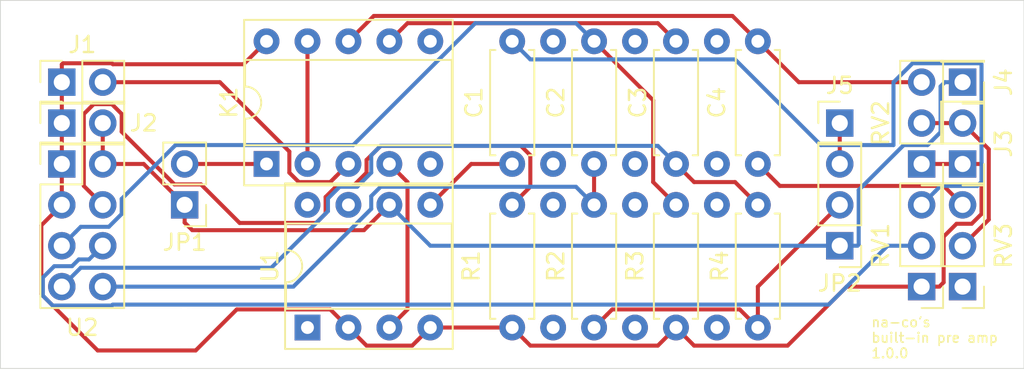
<source format=kicad_pcb>
(kicad_pcb (version 20171130) (host pcbnew 5.1.5-52549c5~84~ubuntu18.04.1)

  (general
    (thickness 1.6)
    (drawings 5)
    (tracks 184)
    (zones 0)
    (modules 37)
    (nets 24)
  )

  (page A4)
  (layers
    (0 F.Cu signal)
    (31 B.Cu signal)
    (32 B.Adhes user)
    (33 F.Adhes user)
    (34 B.Paste user)
    (35 F.Paste user)
    (36 B.SilkS user)
    (37 F.SilkS user)
    (38 B.Mask user)
    (39 F.Mask user)
    (40 Dwgs.User user)
    (41 Cmts.User user)
    (42 Eco1.User user)
    (43 Eco2.User user)
    (44 Edge.Cuts user)
    (45 Margin user)
    (46 B.CrtYd user)
    (47 F.CrtYd user)
    (48 B.Fab user)
    (49 F.Fab user)
  )

  (setup
    (last_trace_width 0.25)
    (trace_clearance 0.2)
    (zone_clearance 0.508)
    (zone_45_only no)
    (trace_min 0.2)
    (via_size 0.8)
    (via_drill 0.4)
    (via_min_size 0.4)
    (via_min_drill 0.3)
    (uvia_size 0.3)
    (uvia_drill 0.1)
    (uvias_allowed no)
    (uvia_min_size 0.2)
    (uvia_min_drill 0.1)
    (edge_width 0.05)
    (segment_width 0.2)
    (pcb_text_width 0.3)
    (pcb_text_size 1.5 1.5)
    (mod_edge_width 0.12)
    (mod_text_size 1 1)
    (mod_text_width 0.15)
    (pad_size 1.6 1.6)
    (pad_drill 0.8)
    (pad_to_mask_clearance 0.051)
    (solder_mask_min_width 0.25)
    (aux_axis_origin 0 0)
    (visible_elements FEFDFF7F)
    (pcbplotparams
      (layerselection 0x010f0_ffffffff)
      (usegerberextensions false)
      (usegerberattributes false)
      (usegerberadvancedattributes false)
      (creategerberjobfile false)
      (excludeedgelayer true)
      (linewidth 0.100000)
      (plotframeref false)
      (viasonmask false)
      (mode 1)
      (useauxorigin false)
      (hpglpennumber 1)
      (hpglpenspeed 20)
      (hpglpendiameter 15.000000)
      (psnegative false)
      (psa4output false)
      (plotreference true)
      (plotvalue true)
      (plotinvisibletext false)
      (padsonsilk false)
      (subtractmaskfromsilk false)
      (outputformat 1)
      (mirror false)
      (drillshape 0)
      (scaleselection 1)
      (outputdirectory "gerber"))
  )

  (net 0 "")
  (net 1 "Net-(C1-Pad2)")
  (net 2 "Net-(C1-Pad1)")
  (net 3 "Net-(C2-Pad2)")
  (net 4 "Net-(C2-Pad1)")
  (net 5 "Net-(C3-Pad2)")
  (net 6 "Net-(C3-Pad1)")
  (net 7 "Net-(C4-Pad2)")
  (net 8 "Net-(C4-Pad1)")
  (net 9 "Net-(K1-Pad4)")
  (net 10 "Net-(K1-Pad2)")
  (net 11 "Net-(R1-Pad1)")
  (net 12 "Net-(RV1-Pad2)")
  (net 13 "Net-(RV3-Pad1)")
  (net 14 "Net-(U1-Pad8)")
  (net 15 "Net-(U1-Pad7)")
  (net 16 "Net-(U1-Pad1)")
  (net 17 "Net-(J1-Pad2)")
  (net 18 "Net-(J3-Pad2)")
  (net 19 "Net-(J5-Pad1)")
  (net 20 GND)
  (net 21 +12V)
  (net 22 "Net-(JP1-Pad2)")
  (net 23 "Net-(JP2-Pad2)")

  (net_class Default "これはデフォルトのネット クラスです。"
    (clearance 0.2)
    (trace_width 0.25)
    (via_dia 0.8)
    (via_drill 0.4)
    (uvia_dia 0.3)
    (uvia_drill 0.1)
    (add_net +12V)
    (add_net GND)
    (add_net "Net-(C1-Pad1)")
    (add_net "Net-(C1-Pad2)")
    (add_net "Net-(C2-Pad1)")
    (add_net "Net-(C2-Pad2)")
    (add_net "Net-(C3-Pad1)")
    (add_net "Net-(C3-Pad2)")
    (add_net "Net-(C4-Pad1)")
    (add_net "Net-(C4-Pad2)")
    (add_net "Net-(J1-Pad2)")
    (add_net "Net-(J3-Pad2)")
    (add_net "Net-(J5-Pad1)")
    (add_net "Net-(JP1-Pad2)")
    (add_net "Net-(JP2-Pad2)")
    (add_net "Net-(K1-Pad2)")
    (add_net "Net-(K1-Pad4)")
    (add_net "Net-(R1-Pad1)")
    (add_net "Net-(RV1-Pad2)")
    (add_net "Net-(RV3-Pad1)")
    (add_net "Net-(U1-Pad1)")
    (add_net "Net-(U1-Pad7)")
    (add_net "Net-(U1-Pad8)")
  )

  (module Resistor_THT:R_Axial_DIN0207_L6.3mm_D2.5mm_P7.62mm_Horizontal (layer F.Cu) (tedit 5AE5139B) (tstamp 5E322CA8)
    (at 46.99 2.54 270)
    (descr "Resistor, Axial_DIN0207 series, Axial, Horizontal, pin pitch=7.62mm, 0.25W = 1/4W, length*diameter=6.3*2.5mm^2, http://cdn-reichelt.de/documents/datenblatt/B400/1_4W%23YAG.pdf")
    (tags "Resistor Axial_DIN0207 series Axial Horizontal pin pitch 7.62mm 0.25W = 1/4W length 6.3mm diameter 2.5mm")
    (path /5E32C07C)
    (fp_text reference C4 (at 3.81 2.54 90) (layer F.SilkS)
      (effects (font (size 1 1) (thickness 0.15)))
    )
    (fp_text value 223 (at 3.81 2.37 90) (layer F.Fab)
      (effects (font (size 1 1) (thickness 0.15)))
    )
    (fp_text user %R (at 3.81 0 90) (layer F.Fab)
      (effects (font (size 1 1) (thickness 0.15)))
    )
    (fp_line (start 8.67 -1.5) (end -1.05 -1.5) (layer F.CrtYd) (width 0.05))
    (fp_line (start 8.67 1.5) (end 8.67 -1.5) (layer F.CrtYd) (width 0.05))
    (fp_line (start -1.05 1.5) (end 8.67 1.5) (layer F.CrtYd) (width 0.05))
    (fp_line (start -1.05 -1.5) (end -1.05 1.5) (layer F.CrtYd) (width 0.05))
    (fp_line (start 7.08 1.37) (end 7.08 1.04) (layer F.SilkS) (width 0.12))
    (fp_line (start 0.54 1.37) (end 7.08 1.37) (layer F.SilkS) (width 0.12))
    (fp_line (start 0.54 1.04) (end 0.54 1.37) (layer F.SilkS) (width 0.12))
    (fp_line (start 7.08 -1.37) (end 7.08 -1.04) (layer F.SilkS) (width 0.12))
    (fp_line (start 0.54 -1.37) (end 7.08 -1.37) (layer F.SilkS) (width 0.12))
    (fp_line (start 0.54 -1.04) (end 0.54 -1.37) (layer F.SilkS) (width 0.12))
    (fp_line (start 7.62 0) (end 6.96 0) (layer F.Fab) (width 0.1))
    (fp_line (start 0 0) (end 0.66 0) (layer F.Fab) (width 0.1))
    (fp_line (start 6.96 -1.25) (end 0.66 -1.25) (layer F.Fab) (width 0.1))
    (fp_line (start 6.96 1.25) (end 6.96 -1.25) (layer F.Fab) (width 0.1))
    (fp_line (start 0.66 1.25) (end 6.96 1.25) (layer F.Fab) (width 0.1))
    (fp_line (start 0.66 -1.25) (end 0.66 1.25) (layer F.Fab) (width 0.1))
    (pad 2 thru_hole oval (at 7.62 0 270) (size 1.6 1.6) (drill 0.8) (layers *.Cu *.Mask)
      (net 7 "Net-(C4-Pad2)"))
    (pad 1 thru_hole circle (at 0 0 270) (size 1.6 1.6) (drill 0.8) (layers *.Cu *.Mask)
      (net 8 "Net-(C4-Pad1)"))
    (model ${KISYS3DMOD}/Resistor_THT.3dshapes/R_Axial_DIN0207_L6.3mm_D2.5mm_P7.62mm_Horizontal.wrl
      (at (xyz 0 0 0))
      (scale (xyz 1 1 1))
      (rotate (xyz 0 0 0))
    )
  )

  (module Connector_Wire:SolderWirePad_1x01_Drill0.8mm (layer F.Cu) (tedit 5E31D7D5) (tstamp 5E33A9B3)
    (at 44.45 20.32)
    (descr "Wire solder connection")
    (tags connector)
    (attr virtual)
    (fp_text reference REF** (at 0 -2.54) (layer F.SilkS) hide
      (effects (font (size 1 1) (thickness 0.15)))
    )
    (fp_text value SolderWirePad_1x01_Drill0.8mm (at 0 2.54) (layer F.Fab)
      (effects (font (size 1 1) (thickness 0.15)))
    )
    (fp_line (start -1.5 -1.5) (end 1.5 -1.5) (layer F.CrtYd) (width 0.05))
    (fp_line (start -1.5 -1.5) (end -1.5 1.5) (layer F.CrtYd) (width 0.05))
    (fp_line (start 1.5 1.5) (end 1.5 -1.5) (layer F.CrtYd) (width 0.05))
    (fp_line (start 1.5 1.5) (end -1.5 1.5) (layer F.CrtYd) (width 0.05))
    (pad 1 thru_hole circle (at 0 0) (size 1.6 1.6) (drill 0.8) (layers *.Cu *.Mask))
  )

  (module Connector_Wire:SolderWirePad_1x01_Drill0.8mm (layer F.Cu) (tedit 5E31D7D5) (tstamp 5E33A9B3)
    (at 39.37 20.32)
    (descr "Wire solder connection")
    (tags connector)
    (attr virtual)
    (fp_text reference REF** (at 0 -2.54) (layer F.SilkS) hide
      (effects (font (size 1 1) (thickness 0.15)))
    )
    (fp_text value SolderWirePad_1x01_Drill0.8mm (at 0 2.54) (layer F.Fab)
      (effects (font (size 1 1) (thickness 0.15)))
    )
    (fp_line (start -1.5 -1.5) (end 1.5 -1.5) (layer F.CrtYd) (width 0.05))
    (fp_line (start -1.5 -1.5) (end -1.5 1.5) (layer F.CrtYd) (width 0.05))
    (fp_line (start 1.5 1.5) (end 1.5 -1.5) (layer F.CrtYd) (width 0.05))
    (fp_line (start 1.5 1.5) (end -1.5 1.5) (layer F.CrtYd) (width 0.05))
    (pad 1 thru_hole circle (at 0 0) (size 1.6 1.6) (drill 0.8) (layers *.Cu *.Mask))
  )

  (module Connector_Wire:SolderWirePad_1x01_Drill0.8mm (layer F.Cu) (tedit 5E31D7D5) (tstamp 5E33A9B3)
    (at 34.29 20.32)
    (descr "Wire solder connection")
    (tags connector)
    (attr virtual)
    (fp_text reference REF** (at 0 -2.54) (layer F.SilkS) hide
      (effects (font (size 1 1) (thickness 0.15)))
    )
    (fp_text value SolderWirePad_1x01_Drill0.8mm (at 0 2.54) (layer F.Fab)
      (effects (font (size 1 1) (thickness 0.15)))
    )
    (fp_line (start -1.5 -1.5) (end 1.5 -1.5) (layer F.CrtYd) (width 0.05))
    (fp_line (start -1.5 -1.5) (end -1.5 1.5) (layer F.CrtYd) (width 0.05))
    (fp_line (start 1.5 1.5) (end 1.5 -1.5) (layer F.CrtYd) (width 0.05))
    (fp_line (start 1.5 1.5) (end -1.5 1.5) (layer F.CrtYd) (width 0.05))
    (pad 1 thru_hole circle (at 0 0) (size 1.6 1.6) (drill 0.8) (layers *.Cu *.Mask))
  )

  (module Connector_Wire:SolderWirePad_1x01_Drill0.8mm (layer F.Cu) (tedit 5E31D7D5) (tstamp 5E33A9B3)
    (at 44.45 12.7)
    (descr "Wire solder connection")
    (tags connector)
    (attr virtual)
    (fp_text reference REF** (at 0 -2.54) (layer F.SilkS) hide
      (effects (font (size 1 1) (thickness 0.15)))
    )
    (fp_text value SolderWirePad_1x01_Drill0.8mm (at 0 2.54) (layer F.Fab)
      (effects (font (size 1 1) (thickness 0.15)))
    )
    (fp_line (start -1.5 -1.5) (end 1.5 -1.5) (layer F.CrtYd) (width 0.05))
    (fp_line (start -1.5 -1.5) (end -1.5 1.5) (layer F.CrtYd) (width 0.05))
    (fp_line (start 1.5 1.5) (end 1.5 -1.5) (layer F.CrtYd) (width 0.05))
    (fp_line (start 1.5 1.5) (end -1.5 1.5) (layer F.CrtYd) (width 0.05))
    (pad 1 thru_hole circle (at 0 0) (size 1.6 1.6) (drill 0.8) (layers *.Cu *.Mask))
  )

  (module Connector_Wire:SolderWirePad_1x01_Drill0.8mm (layer F.Cu) (tedit 5E31D7D5) (tstamp 5E33A9B3)
    (at 39.37 12.7)
    (descr "Wire solder connection")
    (tags connector)
    (attr virtual)
    (fp_text reference REF** (at 0 -2.54) (layer F.SilkS) hide
      (effects (font (size 1 1) (thickness 0.15)))
    )
    (fp_text value SolderWirePad_1x01_Drill0.8mm (at 0 2.54) (layer F.Fab)
      (effects (font (size 1 1) (thickness 0.15)))
    )
    (fp_line (start -1.5 -1.5) (end 1.5 -1.5) (layer F.CrtYd) (width 0.05))
    (fp_line (start -1.5 -1.5) (end -1.5 1.5) (layer F.CrtYd) (width 0.05))
    (fp_line (start 1.5 1.5) (end 1.5 -1.5) (layer F.CrtYd) (width 0.05))
    (fp_line (start 1.5 1.5) (end -1.5 1.5) (layer F.CrtYd) (width 0.05))
    (pad 1 thru_hole circle (at 0 0) (size 1.6 1.6) (drill 0.8) (layers *.Cu *.Mask))
  )

  (module Connector_Wire:SolderWirePad_1x01_Drill0.8mm (layer F.Cu) (tedit 5E31D7D5) (tstamp 5E33A9B3)
    (at 34.29 12.7)
    (descr "Wire solder connection")
    (tags connector)
    (attr virtual)
    (fp_text reference REF** (at 0 -2.54) (layer F.SilkS) hide
      (effects (font (size 1 1) (thickness 0.15)))
    )
    (fp_text value SolderWirePad_1x01_Drill0.8mm (at 0 2.54) (layer F.Fab)
      (effects (font (size 1 1) (thickness 0.15)))
    )
    (fp_line (start -1.5 -1.5) (end 1.5 -1.5) (layer F.CrtYd) (width 0.05))
    (fp_line (start -1.5 -1.5) (end -1.5 1.5) (layer F.CrtYd) (width 0.05))
    (fp_line (start 1.5 1.5) (end 1.5 -1.5) (layer F.CrtYd) (width 0.05))
    (fp_line (start 1.5 1.5) (end -1.5 1.5) (layer F.CrtYd) (width 0.05))
    (pad 1 thru_hole circle (at 0 0) (size 1.6 1.6) (drill 0.8) (layers *.Cu *.Mask))
  )

  (module Connector_Wire:SolderWirePad_1x01_Drill0.8mm (layer F.Cu) (tedit 5E31D7D5) (tstamp 5E33A9B3)
    (at 44.45 10.16)
    (descr "Wire solder connection")
    (tags connector)
    (attr virtual)
    (fp_text reference REF** (at 0 -2.54) (layer F.SilkS) hide
      (effects (font (size 1 1) (thickness 0.15)))
    )
    (fp_text value SolderWirePad_1x01_Drill0.8mm (at 0 2.54) (layer F.Fab)
      (effects (font (size 1 1) (thickness 0.15)))
    )
    (fp_line (start -1.5 -1.5) (end 1.5 -1.5) (layer F.CrtYd) (width 0.05))
    (fp_line (start -1.5 -1.5) (end -1.5 1.5) (layer F.CrtYd) (width 0.05))
    (fp_line (start 1.5 1.5) (end 1.5 -1.5) (layer F.CrtYd) (width 0.05))
    (fp_line (start 1.5 1.5) (end -1.5 1.5) (layer F.CrtYd) (width 0.05))
    (pad 1 thru_hole circle (at 0 0) (size 1.6 1.6) (drill 0.8) (layers *.Cu *.Mask))
  )

  (module Connector_Wire:SolderWirePad_1x01_Drill0.8mm (layer F.Cu) (tedit 5E31D7D5) (tstamp 5E33A9B3)
    (at 39.37 10.16)
    (descr "Wire solder connection")
    (tags connector)
    (attr virtual)
    (fp_text reference REF** (at 0 -2.54) (layer F.SilkS) hide
      (effects (font (size 1 1) (thickness 0.15)))
    )
    (fp_text value SolderWirePad_1x01_Drill0.8mm (at 0 2.54) (layer F.Fab)
      (effects (font (size 1 1) (thickness 0.15)))
    )
    (fp_line (start -1.5 -1.5) (end 1.5 -1.5) (layer F.CrtYd) (width 0.05))
    (fp_line (start -1.5 -1.5) (end -1.5 1.5) (layer F.CrtYd) (width 0.05))
    (fp_line (start 1.5 1.5) (end 1.5 -1.5) (layer F.CrtYd) (width 0.05))
    (fp_line (start 1.5 1.5) (end -1.5 1.5) (layer F.CrtYd) (width 0.05))
    (pad 1 thru_hole circle (at 0 0) (size 1.6 1.6) (drill 0.8) (layers *.Cu *.Mask))
  )

  (module Connector_Wire:SolderWirePad_1x01_Drill0.8mm (layer F.Cu) (tedit 5E31D7D5) (tstamp 5E33A9B3)
    (at 34.29 10.16)
    (descr "Wire solder connection")
    (tags connector)
    (attr virtual)
    (fp_text reference REF** (at 0 -2.54) (layer F.SilkS) hide
      (effects (font (size 1 1) (thickness 0.15)))
    )
    (fp_text value SolderWirePad_1x01_Drill0.8mm (at 0 2.54) (layer F.Fab)
      (effects (font (size 1 1) (thickness 0.15)))
    )
    (fp_line (start -1.5 -1.5) (end 1.5 -1.5) (layer F.CrtYd) (width 0.05))
    (fp_line (start -1.5 -1.5) (end -1.5 1.5) (layer F.CrtYd) (width 0.05))
    (fp_line (start 1.5 1.5) (end 1.5 -1.5) (layer F.CrtYd) (width 0.05))
    (fp_line (start 1.5 1.5) (end -1.5 1.5) (layer F.CrtYd) (width 0.05))
    (pad 1 thru_hole circle (at 0 0) (size 1.6 1.6) (drill 0.8) (layers *.Cu *.Mask))
  )

  (module Connector_Wire:SolderWirePad_1x01_Drill0.8mm (layer F.Cu) (tedit 5E31D7D5) (tstamp 5E33A9B3)
    (at 44.45 2.54)
    (descr "Wire solder connection")
    (tags connector)
    (attr virtual)
    (fp_text reference REF** (at 0 -2.54) (layer F.SilkS) hide
      (effects (font (size 1 1) (thickness 0.15)))
    )
    (fp_text value SolderWirePad_1x01_Drill0.8mm (at 0 2.54) (layer F.Fab)
      (effects (font (size 1 1) (thickness 0.15)))
    )
    (fp_line (start -1.5 -1.5) (end 1.5 -1.5) (layer F.CrtYd) (width 0.05))
    (fp_line (start -1.5 -1.5) (end -1.5 1.5) (layer F.CrtYd) (width 0.05))
    (fp_line (start 1.5 1.5) (end 1.5 -1.5) (layer F.CrtYd) (width 0.05))
    (fp_line (start 1.5 1.5) (end -1.5 1.5) (layer F.CrtYd) (width 0.05))
    (pad 1 thru_hole circle (at 0 0) (size 1.6 1.6) (drill 0.8) (layers *.Cu *.Mask))
  )

  (module Connector_Wire:SolderWirePad_1x01_Drill0.8mm (layer F.Cu) (tedit 5E31D7D5) (tstamp 5E33A9B3)
    (at 39.37 2.54)
    (descr "Wire solder connection")
    (tags connector)
    (attr virtual)
    (fp_text reference REF** (at 0 -2.54) (layer F.SilkS) hide
      (effects (font (size 1 1) (thickness 0.15)))
    )
    (fp_text value SolderWirePad_1x01_Drill0.8mm (at 0 2.54) (layer F.Fab)
      (effects (font (size 1 1) (thickness 0.15)))
    )
    (fp_line (start -1.5 -1.5) (end 1.5 -1.5) (layer F.CrtYd) (width 0.05))
    (fp_line (start -1.5 -1.5) (end -1.5 1.5) (layer F.CrtYd) (width 0.05))
    (fp_line (start 1.5 1.5) (end 1.5 -1.5) (layer F.CrtYd) (width 0.05))
    (fp_line (start 1.5 1.5) (end -1.5 1.5) (layer F.CrtYd) (width 0.05))
    (pad 1 thru_hole circle (at 0 0) (size 1.6 1.6) (drill 0.8) (layers *.Cu *.Mask))
  )

  (module Connector_Wire:SolderWirePad_1x01_Drill0.8mm (layer F.Cu) (tedit 5E31D7D5) (tstamp 5E33A7BD)
    (at 34.29 2.54)
    (descr "Wire solder connection")
    (tags connector)
    (attr virtual)
    (fp_text reference REF** (at 0 -2.54) (layer F.SilkS) hide
      (effects (font (size 1 1) (thickness 0.15)))
    )
    (fp_text value SolderWirePad_1x01_Drill0.8mm (at 0 2.54) (layer F.Fab)
      (effects (font (size 1 1) (thickness 0.15)))
    )
    (fp_line (start 1.5 1.5) (end -1.5 1.5) (layer F.CrtYd) (width 0.05))
    (fp_line (start 1.5 1.5) (end 1.5 -1.5) (layer F.CrtYd) (width 0.05))
    (fp_line (start -1.5 -1.5) (end -1.5 1.5) (layer F.CrtYd) (width 0.05))
    (fp_line (start -1.5 -1.5) (end 1.5 -1.5) (layer F.CrtYd) (width 0.05))
    (pad 1 thru_hole circle (at 0 0) (size 1.6 1.6) (drill 0.8) (layers *.Cu *.Mask))
  )

  (module MountingHole:MountingHole_2.2mm_M2 (layer F.Cu) (tedit 56D1B4CB) (tstamp 5E331784)
    (at 52.07 20.32)
    (descr "Mounting Hole 2.2mm, no annular, M2")
    (tags "mounting hole 2.2mm no annular m2")
    (attr virtual)
    (fp_text reference REF** (at 0 -3.2) (layer F.SilkS) hide
      (effects (font (size 1 1) (thickness 0.15)))
    )
    (fp_text value MountingHole_2.2mm_M2 (at 0 3.2) (layer F.Fab) hide
      (effects (font (size 1 1) (thickness 0.15)))
    )
    (fp_circle (center 0 0) (end 2.45 0) (layer F.CrtYd) (width 0.05))
    (fp_circle (center 0 0) (end 2.2 0) (layer Cmts.User) (width 0.15))
    (pad 1 np_thru_hole circle (at 0 0) (size 2.2 2.2) (drill 2.2) (layers *.Cu *.Mask))
  )

  (module MountingHole:MountingHole_2.2mm_M2 (layer F.Cu) (tedit 56D1B4CB) (tstamp 5E331784)
    (at 11.43 20.32)
    (descr "Mounting Hole 2.2mm, no annular, M2")
    (tags "mounting hole 2.2mm no annular m2")
    (attr virtual)
    (fp_text reference REF** (at 0 -3.2) (layer F.SilkS) hide
      (effects (font (size 1 1) (thickness 0.15)))
    )
    (fp_text value MountingHole_2.2mm_M2 (at 0 3.2) (layer F.Fab) hide
      (effects (font (size 1 1) (thickness 0.15)))
    )
    (fp_circle (center 0 0) (end 2.45 0) (layer F.CrtYd) (width 0.05))
    (fp_circle (center 0 0) (end 2.2 0) (layer Cmts.User) (width 0.15))
    (pad 1 np_thru_hole circle (at 0 0) (size 2.2 2.2) (drill 2.2) (layers *.Cu *.Mask))
  )

  (module MountingHole:MountingHole_2.2mm_M2 (layer F.Cu) (tedit 56D1B4CB) (tstamp 5E331784)
    (at 52.07 2.54)
    (descr "Mounting Hole 2.2mm, no annular, M2")
    (tags "mounting hole 2.2mm no annular m2")
    (attr virtual)
    (fp_text reference REF** (at 0 -3.2) (layer F.SilkS) hide
      (effects (font (size 1 1) (thickness 0.15)))
    )
    (fp_text value MountingHole_2.2mm_M2 (at 0 3.2) (layer F.Fab) hide
      (effects (font (size 1 1) (thickness 0.15)))
    )
    (fp_circle (center 0 0) (end 2.45 0) (layer F.CrtYd) (width 0.05))
    (fp_circle (center 0 0) (end 2.2 0) (layer Cmts.User) (width 0.15))
    (pad 1 np_thru_hole circle (at 0 0) (size 2.2 2.2) (drill 2.2) (layers *.Cu *.Mask))
  )

  (module MountingHole:MountingHole_2.2mm_M2 (layer F.Cu) (tedit 56D1B4CB) (tstamp 5E331035)
    (at 11.43 2.54)
    (descr "Mounting Hole 2.2mm, no annular, M2")
    (tags "mounting hole 2.2mm no annular m2")
    (attr virtual)
    (fp_text reference REF** (at 0 -3.2) (layer F.SilkS) hide
      (effects (font (size 1 1) (thickness 0.15)))
    )
    (fp_text value MountingHole_2.2mm_M2 (at 0 3.2) (layer F.Fab) hide
      (effects (font (size 1 1) (thickness 0.15)))
    )
    (fp_circle (center 0 0) (end 2.2 0) (layer Cmts.User) (width 0.15))
    (fp_circle (center 0 0) (end 2.45 0) (layer F.CrtYd) (width 0.05))
    (pad 1 np_thru_hole circle (at 0 0) (size 2.2 2.2) (drill 2.2) (layers *.Cu *.Mask))
  )

  (module Connector_PinHeader_2.54mm:PinHeader_1x01_P2.54mm_Vertical (layer F.Cu) (tedit 59FED5CC) (tstamp 5E33093F)
    (at 52.07 7.62)
    (descr "Through hole straight pin header, 1x01, 2.54mm pitch, single row")
    (tags "Through hole pin header THT 1x01 2.54mm single row")
    (path /5E5CC09B)
    (fp_text reference J5 (at 0 -2.33) (layer F.SilkS)
      (effects (font (size 1 1) (thickness 0.15)))
    )
    (fp_text value "PLATE VOLTAGE" (at 0 2.33) (layer F.Fab)
      (effects (font (size 1 1) (thickness 0.15)))
    )
    (fp_text user %R (at 0 0 90) (layer F.Fab)
      (effects (font (size 1 1) (thickness 0.15)))
    )
    (fp_line (start 1.8 -1.8) (end -1.8 -1.8) (layer F.CrtYd) (width 0.05))
    (fp_line (start 1.8 1.8) (end 1.8 -1.8) (layer F.CrtYd) (width 0.05))
    (fp_line (start -1.8 1.8) (end 1.8 1.8) (layer F.CrtYd) (width 0.05))
    (fp_line (start -1.8 -1.8) (end -1.8 1.8) (layer F.CrtYd) (width 0.05))
    (fp_line (start -1.33 -1.33) (end 0 -1.33) (layer F.SilkS) (width 0.12))
    (fp_line (start -1.33 0) (end -1.33 -1.33) (layer F.SilkS) (width 0.12))
    (fp_line (start -1.33 1.27) (end 1.33 1.27) (layer F.SilkS) (width 0.12))
    (fp_line (start 1.33 1.27) (end 1.33 1.33) (layer F.SilkS) (width 0.12))
    (fp_line (start -1.33 1.27) (end -1.33 1.33) (layer F.SilkS) (width 0.12))
    (fp_line (start -1.33 1.33) (end 1.33 1.33) (layer F.SilkS) (width 0.12))
    (fp_line (start -1.27 -0.635) (end -0.635 -1.27) (layer F.Fab) (width 0.1))
    (fp_line (start -1.27 1.27) (end -1.27 -0.635) (layer F.Fab) (width 0.1))
    (fp_line (start 1.27 1.27) (end -1.27 1.27) (layer F.Fab) (width 0.1))
    (fp_line (start 1.27 -1.27) (end 1.27 1.27) (layer F.Fab) (width 0.1))
    (fp_line (start -0.635 -1.27) (end 1.27 -1.27) (layer F.Fab) (width 0.1))
    (pad 1 thru_hole rect (at 0 0) (size 1.7 1.7) (drill 1) (layers *.Cu *.Mask)
      (net 19 "Net-(J5-Pad1)"))
    (model ${KISYS3DMOD}/Connector_PinHeader_2.54mm.3dshapes/PinHeader_1x01_P2.54mm_Vertical.wrl
      (at (xyz 0 0 0))
      (scale (xyz 1 1 1))
      (rotate (xyz 0 0 0))
    )
  )

  (module Resistor_THT:R_Axial_DIN0207_L6.3mm_D2.5mm_P7.62mm_Horizontal (layer F.Cu) (tedit 5AE5139B) (tstamp 5E3259B3)
    (at 46.99 20.32 90)
    (descr "Resistor, Axial_DIN0207 series, Axial, Horizontal, pin pitch=7.62mm, 0.25W = 1/4W, length*diameter=6.3*2.5mm^2, http://cdn-reichelt.de/documents/datenblatt/B400/1_4W%23YAG.pdf")
    (tags "Resistor Axial_DIN0207 series Axial Horizontal pin pitch 7.62mm 0.25W = 1/4W length 6.3mm diameter 2.5mm")
    (path /5E348160)
    (fp_text reference R4 (at 3.81 -2.37 90) (layer F.SilkS)
      (effects (font (size 1 1) (thickness 0.15)))
    )
    (fp_text value 47K (at 3.81 2.37 90) (layer F.Fab)
      (effects (font (size 1 1) (thickness 0.15)))
    )
    (fp_text user %R (at 3.81 0 90) (layer F.Fab)
      (effects (font (size 1 1) (thickness 0.15)))
    )
    (fp_line (start 8.67 -1.5) (end -1.05 -1.5) (layer F.CrtYd) (width 0.05))
    (fp_line (start 8.67 1.5) (end 8.67 -1.5) (layer F.CrtYd) (width 0.05))
    (fp_line (start -1.05 1.5) (end 8.67 1.5) (layer F.CrtYd) (width 0.05))
    (fp_line (start -1.05 -1.5) (end -1.05 1.5) (layer F.CrtYd) (width 0.05))
    (fp_line (start 7.08 1.37) (end 7.08 1.04) (layer F.SilkS) (width 0.12))
    (fp_line (start 0.54 1.37) (end 7.08 1.37) (layer F.SilkS) (width 0.12))
    (fp_line (start 0.54 1.04) (end 0.54 1.37) (layer F.SilkS) (width 0.12))
    (fp_line (start 7.08 -1.37) (end 7.08 -1.04) (layer F.SilkS) (width 0.12))
    (fp_line (start 0.54 -1.37) (end 7.08 -1.37) (layer F.SilkS) (width 0.12))
    (fp_line (start 0.54 -1.04) (end 0.54 -1.37) (layer F.SilkS) (width 0.12))
    (fp_line (start 7.62 0) (end 6.96 0) (layer F.Fab) (width 0.1))
    (fp_line (start 0 0) (end 0.66 0) (layer F.Fab) (width 0.1))
    (fp_line (start 6.96 -1.25) (end 0.66 -1.25) (layer F.Fab) (width 0.1))
    (fp_line (start 6.96 1.25) (end 6.96 -1.25) (layer F.Fab) (width 0.1))
    (fp_line (start 0.66 1.25) (end 6.96 1.25) (layer F.Fab) (width 0.1))
    (fp_line (start 0.66 -1.25) (end 0.66 1.25) (layer F.Fab) (width 0.1))
    (pad 2 thru_hole oval (at 7.62 0 90) (size 1.6 1.6) (drill 0.8) (layers *.Cu *.Mask)
      (net 6 "Net-(C3-Pad1)"))
    (pad 1 thru_hole circle (at 0 0 90) (size 1.6 1.6) (drill 0.8) (layers *.Cu *.Mask)
      (net 23 "Net-(JP2-Pad2)"))
    (model ${KISYS3DMOD}/Resistor_THT.3dshapes/R_Axial_DIN0207_L6.3mm_D2.5mm_P7.62mm_Horizontal.wrl
      (at (xyz 0 0 0))
      (scale (xyz 1 1 1))
      (rotate (xyz 0 0 0))
    )
  )

  (module Connector_PinHeader_2.54mm:PinHeader_1x02_P2.54mm_Vertical (layer F.Cu) (tedit 59FED5CC) (tstamp 5E3243B3)
    (at 59.69 10.16 180)
    (descr "Through hole straight pin header, 1x02, 2.54mm pitch, single row")
    (tags "Through hole pin header THT 1x02 2.54mm single row")
    (path /5E336C51)
    (fp_text reference J3 (at -2.54 1.27 90) (layer F.SilkS)
      (effects (font (size 1 1) (thickness 0.15)))
    )
    (fp_text value OUTPUT (at 0 4.87) (layer F.Fab)
      (effects (font (size 1 1) (thickness 0.15)))
    )
    (fp_text user %R (at 0 1.27 90) (layer F.Fab)
      (effects (font (size 1 1) (thickness 0.15)))
    )
    (fp_line (start 1.8 -1.8) (end -1.8 -1.8) (layer F.CrtYd) (width 0.05))
    (fp_line (start 1.8 4.35) (end 1.8 -1.8) (layer F.CrtYd) (width 0.05))
    (fp_line (start -1.8 4.35) (end 1.8 4.35) (layer F.CrtYd) (width 0.05))
    (fp_line (start -1.8 -1.8) (end -1.8 4.35) (layer F.CrtYd) (width 0.05))
    (fp_line (start -1.33 -1.33) (end 0 -1.33) (layer F.SilkS) (width 0.12))
    (fp_line (start -1.33 0) (end -1.33 -1.33) (layer F.SilkS) (width 0.12))
    (fp_line (start -1.33 1.27) (end 1.33 1.27) (layer F.SilkS) (width 0.12))
    (fp_line (start 1.33 1.27) (end 1.33 3.87) (layer F.SilkS) (width 0.12))
    (fp_line (start -1.33 1.27) (end -1.33 3.87) (layer F.SilkS) (width 0.12))
    (fp_line (start -1.33 3.87) (end 1.33 3.87) (layer F.SilkS) (width 0.12))
    (fp_line (start -1.27 -0.635) (end -0.635 -1.27) (layer F.Fab) (width 0.1))
    (fp_line (start -1.27 3.81) (end -1.27 -0.635) (layer F.Fab) (width 0.1))
    (fp_line (start 1.27 3.81) (end -1.27 3.81) (layer F.Fab) (width 0.1))
    (fp_line (start 1.27 -1.27) (end 1.27 3.81) (layer F.Fab) (width 0.1))
    (fp_line (start -0.635 -1.27) (end 1.27 -1.27) (layer F.Fab) (width 0.1))
    (pad 2 thru_hole oval (at 0 2.54 180) (size 1.7 1.7) (drill 1) (layers *.Cu *.Mask)
      (net 18 "Net-(J3-Pad2)"))
    (pad 1 thru_hole rect (at 0 0 180) (size 1.7 1.7) (drill 1) (layers *.Cu *.Mask)
      (net 20 GND))
    (model ${KISYS3DMOD}/Connector_PinHeader_2.54mm.3dshapes/PinHeader_1x02_P2.54mm_Vertical.wrl
      (at (xyz 0 0 0))
      (scale (xyz 1 1 1))
      (rotate (xyz 0 0 0))
    )
  )

  (module Resistor_THT:R_Axial_DIN0207_L6.3mm_D2.5mm_P7.62mm_Horizontal (layer F.Cu) (tedit 5AE5139B) (tstamp 5E322C63)
    (at 31.75 10.16 90)
    (descr "Resistor, Axial_DIN0207 series, Axial, Horizontal, pin pitch=7.62mm, 0.25W = 1/4W, length*diameter=6.3*2.5mm^2, http://cdn-reichelt.de/documents/datenblatt/B400/1_4W%23YAG.pdf")
    (tags "Resistor Axial_DIN0207 series Axial Horizontal pin pitch 7.62mm 0.25W = 1/4W length 6.3mm diameter 2.5mm")
    (path /5E3127C1)
    (fp_text reference C1 (at 3.81 -2.37 90) (layer F.SilkS)
      (effects (font (size 1 1) (thickness 0.15)))
    )
    (fp_text value 223 (at 3.81 2.37 90) (layer F.Fab)
      (effects (font (size 1 1) (thickness 0.15)))
    )
    (fp_text user %R (at 3.81 0 90) (layer F.Fab)
      (effects (font (size 1 1) (thickness 0.15)))
    )
    (fp_line (start 8.67 -1.5) (end -1.05 -1.5) (layer F.CrtYd) (width 0.05))
    (fp_line (start 8.67 1.5) (end 8.67 -1.5) (layer F.CrtYd) (width 0.05))
    (fp_line (start -1.05 1.5) (end 8.67 1.5) (layer F.CrtYd) (width 0.05))
    (fp_line (start -1.05 -1.5) (end -1.05 1.5) (layer F.CrtYd) (width 0.05))
    (fp_line (start 7.08 1.37) (end 7.08 1.04) (layer F.SilkS) (width 0.12))
    (fp_line (start 0.54 1.37) (end 7.08 1.37) (layer F.SilkS) (width 0.12))
    (fp_line (start 0.54 1.04) (end 0.54 1.37) (layer F.SilkS) (width 0.12))
    (fp_line (start 7.08 -1.37) (end 7.08 -1.04) (layer F.SilkS) (width 0.12))
    (fp_line (start 0.54 -1.37) (end 7.08 -1.37) (layer F.SilkS) (width 0.12))
    (fp_line (start 0.54 -1.04) (end 0.54 -1.37) (layer F.SilkS) (width 0.12))
    (fp_line (start 7.62 0) (end 6.96 0) (layer F.Fab) (width 0.1))
    (fp_line (start 0 0) (end 0.66 0) (layer F.Fab) (width 0.1))
    (fp_line (start 6.96 -1.25) (end 0.66 -1.25) (layer F.Fab) (width 0.1))
    (fp_line (start 6.96 1.25) (end 6.96 -1.25) (layer F.Fab) (width 0.1))
    (fp_line (start 0.66 1.25) (end 6.96 1.25) (layer F.Fab) (width 0.1))
    (fp_line (start 0.66 -1.25) (end 0.66 1.25) (layer F.Fab) (width 0.1))
    (pad 2 thru_hole oval (at 7.62 0 90) (size 1.6 1.6) (drill 0.8) (layers *.Cu *.Mask)
      (net 1 "Net-(C1-Pad2)"))
    (pad 1 thru_hole circle (at 0 0 90) (size 1.6 1.6) (drill 0.8) (layers *.Cu *.Mask)
      (net 2 "Net-(C1-Pad1)"))
    (model ${KISYS3DMOD}/Resistor_THT.3dshapes/R_Axial_DIN0207_L6.3mm_D2.5mm_P7.62mm_Horizontal.wrl
      (at (xyz 0 0 0))
      (scale (xyz 1 1 1))
      (rotate (xyz 0 0 0))
    )
  )

  (module Resistor_THT:R_Axial_DIN0207_L6.3mm_D2.5mm_P7.62mm_Horizontal (layer F.Cu) (tedit 5AE5139B) (tstamp 5E322C7A)
    (at 36.83 10.16 90)
    (descr "Resistor, Axial_DIN0207 series, Axial, Horizontal, pin pitch=7.62mm, 0.25W = 1/4W, length*diameter=6.3*2.5mm^2, http://cdn-reichelt.de/documents/datenblatt/B400/1_4W%23YAG.pdf")
    (tags "Resistor Axial_DIN0207 series Axial Horizontal pin pitch 7.62mm 0.25W = 1/4W length 6.3mm diameter 2.5mm")
    (path /5E32585D)
    (fp_text reference C2 (at 3.81 -2.37 90) (layer F.SilkS)
      (effects (font (size 1 1) (thickness 0.15)))
    )
    (fp_text value 223 (at 3.81 2.37 90) (layer F.Fab)
      (effects (font (size 1 1) (thickness 0.15)))
    )
    (fp_line (start 0.66 -1.25) (end 0.66 1.25) (layer F.Fab) (width 0.1))
    (fp_line (start 0.66 1.25) (end 6.96 1.25) (layer F.Fab) (width 0.1))
    (fp_line (start 6.96 1.25) (end 6.96 -1.25) (layer F.Fab) (width 0.1))
    (fp_line (start 6.96 -1.25) (end 0.66 -1.25) (layer F.Fab) (width 0.1))
    (fp_line (start 0 0) (end 0.66 0) (layer F.Fab) (width 0.1))
    (fp_line (start 7.62 0) (end 6.96 0) (layer F.Fab) (width 0.1))
    (fp_line (start 0.54 -1.04) (end 0.54 -1.37) (layer F.SilkS) (width 0.12))
    (fp_line (start 0.54 -1.37) (end 7.08 -1.37) (layer F.SilkS) (width 0.12))
    (fp_line (start 7.08 -1.37) (end 7.08 -1.04) (layer F.SilkS) (width 0.12))
    (fp_line (start 0.54 1.04) (end 0.54 1.37) (layer F.SilkS) (width 0.12))
    (fp_line (start 0.54 1.37) (end 7.08 1.37) (layer F.SilkS) (width 0.12))
    (fp_line (start 7.08 1.37) (end 7.08 1.04) (layer F.SilkS) (width 0.12))
    (fp_line (start -1.05 -1.5) (end -1.05 1.5) (layer F.CrtYd) (width 0.05))
    (fp_line (start -1.05 1.5) (end 8.67 1.5) (layer F.CrtYd) (width 0.05))
    (fp_line (start 8.67 1.5) (end 8.67 -1.5) (layer F.CrtYd) (width 0.05))
    (fp_line (start 8.67 -1.5) (end -1.05 -1.5) (layer F.CrtYd) (width 0.05))
    (fp_text user %R (at 3.81 0 90) (layer F.Fab)
      (effects (font (size 1 1) (thickness 0.15)))
    )
    (pad 1 thru_hole circle (at 0 0 90) (size 1.6 1.6) (drill 0.8) (layers *.Cu *.Mask)
      (net 4 "Net-(C2-Pad1)"))
    (pad 2 thru_hole oval (at 7.62 0 90) (size 1.6 1.6) (drill 0.8) (layers *.Cu *.Mask)
      (net 3 "Net-(C2-Pad2)"))
    (model ${KISYS3DMOD}/Resistor_THT.3dshapes/R_Axial_DIN0207_L6.3mm_D2.5mm_P7.62mm_Horizontal.wrl
      (at (xyz 0 0 0))
      (scale (xyz 1 1 1))
      (rotate (xyz 0 0 0))
    )
  )

  (module Resistor_THT:R_Axial_DIN0207_L6.3mm_D2.5mm_P7.62mm_Horizontal (layer F.Cu) (tedit 5AE5139B) (tstamp 5E322C91)
    (at 41.91 10.16 90)
    (descr "Resistor, Axial_DIN0207 series, Axial, Horizontal, pin pitch=7.62mm, 0.25W = 1/4W, length*diameter=6.3*2.5mm^2, http://cdn-reichelt.de/documents/datenblatt/B400/1_4W%23YAG.pdf")
    (tags "Resistor Axial_DIN0207 series Axial Horizontal pin pitch 7.62mm 0.25W = 1/4W length 6.3mm diameter 2.5mm")
    (path /5E32AFC5)
    (fp_text reference C3 (at 3.81 -2.37 90) (layer F.SilkS)
      (effects (font (size 1 1) (thickness 0.15)))
    )
    (fp_text value 223 (at 3.81 2.37 90) (layer F.Fab)
      (effects (font (size 1 1) (thickness 0.15)))
    )
    (fp_text user %R (at 3.81 0 90) (layer F.Fab)
      (effects (font (size 1 1) (thickness 0.15)))
    )
    (fp_line (start 8.67 -1.5) (end -1.05 -1.5) (layer F.CrtYd) (width 0.05))
    (fp_line (start 8.67 1.5) (end 8.67 -1.5) (layer F.CrtYd) (width 0.05))
    (fp_line (start -1.05 1.5) (end 8.67 1.5) (layer F.CrtYd) (width 0.05))
    (fp_line (start -1.05 -1.5) (end -1.05 1.5) (layer F.CrtYd) (width 0.05))
    (fp_line (start 7.08 1.37) (end 7.08 1.04) (layer F.SilkS) (width 0.12))
    (fp_line (start 0.54 1.37) (end 7.08 1.37) (layer F.SilkS) (width 0.12))
    (fp_line (start 0.54 1.04) (end 0.54 1.37) (layer F.SilkS) (width 0.12))
    (fp_line (start 7.08 -1.37) (end 7.08 -1.04) (layer F.SilkS) (width 0.12))
    (fp_line (start 0.54 -1.37) (end 7.08 -1.37) (layer F.SilkS) (width 0.12))
    (fp_line (start 0.54 -1.04) (end 0.54 -1.37) (layer F.SilkS) (width 0.12))
    (fp_line (start 7.62 0) (end 6.96 0) (layer F.Fab) (width 0.1))
    (fp_line (start 0 0) (end 0.66 0) (layer F.Fab) (width 0.1))
    (fp_line (start 6.96 -1.25) (end 0.66 -1.25) (layer F.Fab) (width 0.1))
    (fp_line (start 6.96 1.25) (end 6.96 -1.25) (layer F.Fab) (width 0.1))
    (fp_line (start 0.66 1.25) (end 6.96 1.25) (layer F.Fab) (width 0.1))
    (fp_line (start 0.66 -1.25) (end 0.66 1.25) (layer F.Fab) (width 0.1))
    (pad 2 thru_hole oval (at 7.62 0 90) (size 1.6 1.6) (drill 0.8) (layers *.Cu *.Mask)
      (net 5 "Net-(C3-Pad2)"))
    (pad 1 thru_hole circle (at 0 0 90) (size 1.6 1.6) (drill 0.8) (layers *.Cu *.Mask)
      (net 6 "Net-(C3-Pad1)"))
    (model ${KISYS3DMOD}/Resistor_THT.3dshapes/R_Axial_DIN0207_L6.3mm_D2.5mm_P7.62mm_Horizontal.wrl
      (at (xyz 0 0 0))
      (scale (xyz 1 1 1))
      (rotate (xyz 0 0 0))
    )
  )

  (module Connector_PinHeader_2.54mm:PinHeader_2x01_P2.54mm_Vertical (layer F.Cu) (tedit 59FED5CC) (tstamp 5E33097E)
    (at 3.81 5.08)
    (descr "Through hole straight pin header, 2x01, 2.54mm pitch, double rows")
    (tags "Through hole pin header THT 2x01 2.54mm double row")
    (path /5E328A8A)
    (fp_text reference J1 (at 1.27 -2.33) (layer F.SilkS)
      (effects (font (size 1 1) (thickness 0.15)))
    )
    (fp_text value INPUT (at 1.27 2.33) (layer F.Fab)
      (effects (font (size 1 1) (thickness 0.15)))
    )
    (fp_line (start 0 -1.27) (end 3.81 -1.27) (layer F.Fab) (width 0.1))
    (fp_line (start 3.81 -1.27) (end 3.81 1.27) (layer F.Fab) (width 0.1))
    (fp_line (start 3.81 1.27) (end -1.27 1.27) (layer F.Fab) (width 0.1))
    (fp_line (start -1.27 1.27) (end -1.27 0) (layer F.Fab) (width 0.1))
    (fp_line (start -1.27 0) (end 0 -1.27) (layer F.Fab) (width 0.1))
    (fp_line (start -1.33 1.33) (end 3.87 1.33) (layer F.SilkS) (width 0.12))
    (fp_line (start -1.33 1.27) (end -1.33 1.33) (layer F.SilkS) (width 0.12))
    (fp_line (start 3.87 -1.33) (end 3.87 1.33) (layer F.SilkS) (width 0.12))
    (fp_line (start -1.33 1.27) (end 1.27 1.27) (layer F.SilkS) (width 0.12))
    (fp_line (start 1.27 1.27) (end 1.27 -1.33) (layer F.SilkS) (width 0.12))
    (fp_line (start 1.27 -1.33) (end 3.87 -1.33) (layer F.SilkS) (width 0.12))
    (fp_line (start -1.33 0) (end -1.33 -1.33) (layer F.SilkS) (width 0.12))
    (fp_line (start -1.33 -1.33) (end 0 -1.33) (layer F.SilkS) (width 0.12))
    (fp_line (start -1.8 -1.8) (end -1.8 1.8) (layer F.CrtYd) (width 0.05))
    (fp_line (start -1.8 1.8) (end 4.35 1.8) (layer F.CrtYd) (width 0.05))
    (fp_line (start 4.35 1.8) (end 4.35 -1.8) (layer F.CrtYd) (width 0.05))
    (fp_line (start 4.35 -1.8) (end -1.8 -1.8) (layer F.CrtYd) (width 0.05))
    (fp_text user %R (at 1.27 0 90) (layer F.Fab)
      (effects (font (size 1 1) (thickness 0.15)))
    )
    (pad 1 thru_hole rect (at 0 0) (size 1.7 1.7) (drill 1) (layers *.Cu *.Mask)
      (net 20 GND))
    (pad 2 thru_hole oval (at 2.54 0) (size 1.7 1.7) (drill 1) (layers *.Cu *.Mask)
      (net 17 "Net-(J1-Pad2)"))
    (model ${KISYS3DMOD}/Connector_PinHeader_2.54mm.3dshapes/PinHeader_2x01_P2.54mm_Vertical.wrl
      (at (xyz 0 0 0))
      (scale (xyz 1 1 1))
      (rotate (xyz 0 0 0))
    )
  )

  (module Connector_PinHeader_2.54mm:PinHeader_2x01_P2.54mm_Vertical (layer F.Cu) (tedit 59FED5CC) (tstamp 5E335345)
    (at 3.81 7.62)
    (descr "Through hole straight pin header, 2x01, 2.54mm pitch, double rows")
    (tags "Through hole pin header THT 2x01 2.54mm double row")
    (path /5E3821F0)
    (fp_text reference J2 (at 5.08 0) (layer F.SilkS)
      (effects (font (size 1 1) (thickness 0.15)))
    )
    (fp_text value LED (at 1.27 2.33) (layer F.Fab)
      (effects (font (size 1 1) (thickness 0.15)))
    )
    (fp_line (start 0 -1.27) (end 3.81 -1.27) (layer F.Fab) (width 0.1))
    (fp_line (start 3.81 -1.27) (end 3.81 1.27) (layer F.Fab) (width 0.1))
    (fp_line (start 3.81 1.27) (end -1.27 1.27) (layer F.Fab) (width 0.1))
    (fp_line (start -1.27 1.27) (end -1.27 0) (layer F.Fab) (width 0.1))
    (fp_line (start -1.27 0) (end 0 -1.27) (layer F.Fab) (width 0.1))
    (fp_line (start -1.33 1.33) (end 3.87 1.33) (layer F.SilkS) (width 0.12))
    (fp_line (start -1.33 1.27) (end -1.33 1.33) (layer F.SilkS) (width 0.12))
    (fp_line (start 3.87 -1.33) (end 3.87 1.33) (layer F.SilkS) (width 0.12))
    (fp_line (start -1.33 1.27) (end 1.27 1.27) (layer F.SilkS) (width 0.12))
    (fp_line (start 1.27 1.27) (end 1.27 -1.33) (layer F.SilkS) (width 0.12))
    (fp_line (start 1.27 -1.33) (end 3.87 -1.33) (layer F.SilkS) (width 0.12))
    (fp_line (start -1.33 0) (end -1.33 -1.33) (layer F.SilkS) (width 0.12))
    (fp_line (start -1.33 -1.33) (end 0 -1.33) (layer F.SilkS) (width 0.12))
    (fp_line (start -1.8 -1.8) (end -1.8 1.8) (layer F.CrtYd) (width 0.05))
    (fp_line (start -1.8 1.8) (end 4.35 1.8) (layer F.CrtYd) (width 0.05))
    (fp_line (start 4.35 1.8) (end 4.35 -1.8) (layer F.CrtYd) (width 0.05))
    (fp_line (start 4.35 -1.8) (end -1.8 -1.8) (layer F.CrtYd) (width 0.05))
    (fp_text user %R (at 1.27 0 90) (layer F.Fab)
      (effects (font (size 1 1) (thickness 0.15)))
    )
    (pad 1 thru_hole rect (at 0 0) (size 1.7 1.7) (drill 1) (layers *.Cu *.Mask)
      (net 20 GND))
    (pad 2 thru_hole oval (at 2.54 0) (size 1.7 1.7) (drill 1) (layers *.Cu *.Mask)
      (net 21 +12V))
    (model ${KISYS3DMOD}/Connector_PinHeader_2.54mm.3dshapes/PinHeader_2x01_P2.54mm_Vertical.wrl
      (at (xyz 0 0 0))
      (scale (xyz 1 1 1))
      (rotate (xyz 0 0 0))
    )
  )

  (module Connector_PinHeader_2.54mm:PinHeader_1x01_P2.54mm_Vertical (layer F.Cu) (tedit 59FED5CC) (tstamp 5E324670)
    (at 59.69 5.08 180)
    (descr "Through hole straight pin header, 1x01, 2.54mm pitch, single row")
    (tags "Through hole pin header THT 1x01 2.54mm single row")
    (path /5E33247D)
    (fp_text reference J4 (at -2.54 0 90) (layer F.SilkS)
      (effects (font (size 1 1) (thickness 0.15)))
    )
    (fp_text value +12V (at 0 2.33) (layer F.Fab)
      (effects (font (size 1 1) (thickness 0.15)))
    )
    (fp_line (start -0.635 -1.27) (end 1.27 -1.27) (layer F.Fab) (width 0.1))
    (fp_line (start 1.27 -1.27) (end 1.27 1.27) (layer F.Fab) (width 0.1))
    (fp_line (start 1.27 1.27) (end -1.27 1.27) (layer F.Fab) (width 0.1))
    (fp_line (start -1.27 1.27) (end -1.27 -0.635) (layer F.Fab) (width 0.1))
    (fp_line (start -1.27 -0.635) (end -0.635 -1.27) (layer F.Fab) (width 0.1))
    (fp_line (start -1.33 1.33) (end 1.33 1.33) (layer F.SilkS) (width 0.12))
    (fp_line (start -1.33 1.27) (end -1.33 1.33) (layer F.SilkS) (width 0.12))
    (fp_line (start 1.33 1.27) (end 1.33 1.33) (layer F.SilkS) (width 0.12))
    (fp_line (start -1.33 1.27) (end 1.33 1.27) (layer F.SilkS) (width 0.12))
    (fp_line (start -1.33 0) (end -1.33 -1.33) (layer F.SilkS) (width 0.12))
    (fp_line (start -1.33 -1.33) (end 0 -1.33) (layer F.SilkS) (width 0.12))
    (fp_line (start -1.8 -1.8) (end -1.8 1.8) (layer F.CrtYd) (width 0.05))
    (fp_line (start -1.8 1.8) (end 1.8 1.8) (layer F.CrtYd) (width 0.05))
    (fp_line (start 1.8 1.8) (end 1.8 -1.8) (layer F.CrtYd) (width 0.05))
    (fp_line (start 1.8 -1.8) (end -1.8 -1.8) (layer F.CrtYd) (width 0.05))
    (fp_text user %R (at 0 0 90) (layer F.Fab)
      (effects (font (size 1 1) (thickness 0.15)))
    )
    (pad 1 thru_hole rect (at 0 0 180) (size 1.7 1.7) (drill 1) (layers *.Cu *.Mask)
      (net 21 +12V))
    (model ${KISYS3DMOD}/Connector_PinHeader_2.54mm.3dshapes/PinHeader_1x01_P2.54mm_Vertical.wrl
      (at (xyz 0 0 0))
      (scale (xyz 1 1 1))
      (rotate (xyz 0 0 0))
    )
  )

  (module Resistor_THT:R_Axial_DIN0207_L6.3mm_D2.5mm_P7.62mm_Horizontal (layer F.Cu) (tedit 5AE5139B) (tstamp 5E322D42)
    (at 31.75 12.7 270)
    (descr "Resistor, Axial_DIN0207 series, Axial, Horizontal, pin pitch=7.62mm, 0.25W = 1/4W, length*diameter=6.3*2.5mm^2, http://cdn-reichelt.de/documents/datenblatt/B400/1_4W%23YAG.pdf")
    (tags "Resistor Axial_DIN0207 series Axial Horizontal pin pitch 7.62mm 0.25W = 1/4W length 6.3mm diameter 2.5mm")
    (path /5E3168BD)
    (fp_text reference R1 (at 3.81 2.54 90) (layer F.SilkS)
      (effects (font (size 1 1) (thickness 0.15)))
    )
    (fp_text value 1K (at 3.81 2.37 90) (layer F.Fab)
      (effects (font (size 1 1) (thickness 0.15)))
    )
    (fp_line (start 0.66 -1.25) (end 0.66 1.25) (layer F.Fab) (width 0.1))
    (fp_line (start 0.66 1.25) (end 6.96 1.25) (layer F.Fab) (width 0.1))
    (fp_line (start 6.96 1.25) (end 6.96 -1.25) (layer F.Fab) (width 0.1))
    (fp_line (start 6.96 -1.25) (end 0.66 -1.25) (layer F.Fab) (width 0.1))
    (fp_line (start 0 0) (end 0.66 0) (layer F.Fab) (width 0.1))
    (fp_line (start 7.62 0) (end 6.96 0) (layer F.Fab) (width 0.1))
    (fp_line (start 0.54 -1.04) (end 0.54 -1.37) (layer F.SilkS) (width 0.12))
    (fp_line (start 0.54 -1.37) (end 7.08 -1.37) (layer F.SilkS) (width 0.12))
    (fp_line (start 7.08 -1.37) (end 7.08 -1.04) (layer F.SilkS) (width 0.12))
    (fp_line (start 0.54 1.04) (end 0.54 1.37) (layer F.SilkS) (width 0.12))
    (fp_line (start 0.54 1.37) (end 7.08 1.37) (layer F.SilkS) (width 0.12))
    (fp_line (start 7.08 1.37) (end 7.08 1.04) (layer F.SilkS) (width 0.12))
    (fp_line (start -1.05 -1.5) (end -1.05 1.5) (layer F.CrtYd) (width 0.05))
    (fp_line (start -1.05 1.5) (end 8.67 1.5) (layer F.CrtYd) (width 0.05))
    (fp_line (start 8.67 1.5) (end 8.67 -1.5) (layer F.CrtYd) (width 0.05))
    (fp_line (start 8.67 -1.5) (end -1.05 -1.5) (layer F.CrtYd) (width 0.05))
    (fp_text user %R (at 3.81 0 90) (layer F.Fab)
      (effects (font (size 1 1) (thickness 0.15)))
    )
    (pad 1 thru_hole circle (at 0 0 270) (size 1.6 1.6) (drill 0.8) (layers *.Cu *.Mask)
      (net 11 "Net-(R1-Pad1)"))
    (pad 2 thru_hole oval (at 7.62 0 270) (size 1.6 1.6) (drill 0.8) (layers *.Cu *.Mask)
      (net 20 GND))
    (model ${KISYS3DMOD}/Resistor_THT.3dshapes/R_Axial_DIN0207_L6.3mm_D2.5mm_P7.62mm_Horizontal.wrl
      (at (xyz 0 0 0))
      (scale (xyz 1 1 1))
      (rotate (xyz 0 0 0))
    )
  )

  (module Resistor_THT:R_Axial_DIN0207_L6.3mm_D2.5mm_P7.62mm_Horizontal (layer F.Cu) (tedit 5AE5139B) (tstamp 5E322D59)
    (at 36.83 20.32 90)
    (descr "Resistor, Axial_DIN0207 series, Axial, Horizontal, pin pitch=7.62mm, 0.25W = 1/4W, length*diameter=6.3*2.5mm^2, http://cdn-reichelt.de/documents/datenblatt/B400/1_4W%23YAG.pdf")
    (tags "Resistor Axial_DIN0207 series Axial Horizontal pin pitch 7.62mm 0.25W = 1/4W length 6.3mm diameter 2.5mm")
    (path /5E3251B4)
    (fp_text reference R2 (at 3.81 -2.37 90) (layer F.SilkS)
      (effects (font (size 1 1) (thickness 0.15)))
    )
    (fp_text value 100K (at 3.81 2.37 90) (layer F.Fab)
      (effects (font (size 1 1) (thickness 0.15)))
    )
    (fp_line (start 0.66 -1.25) (end 0.66 1.25) (layer F.Fab) (width 0.1))
    (fp_line (start 0.66 1.25) (end 6.96 1.25) (layer F.Fab) (width 0.1))
    (fp_line (start 6.96 1.25) (end 6.96 -1.25) (layer F.Fab) (width 0.1))
    (fp_line (start 6.96 -1.25) (end 0.66 -1.25) (layer F.Fab) (width 0.1))
    (fp_line (start 0 0) (end 0.66 0) (layer F.Fab) (width 0.1))
    (fp_line (start 7.62 0) (end 6.96 0) (layer F.Fab) (width 0.1))
    (fp_line (start 0.54 -1.04) (end 0.54 -1.37) (layer F.SilkS) (width 0.12))
    (fp_line (start 0.54 -1.37) (end 7.08 -1.37) (layer F.SilkS) (width 0.12))
    (fp_line (start 7.08 -1.37) (end 7.08 -1.04) (layer F.SilkS) (width 0.12))
    (fp_line (start 0.54 1.04) (end 0.54 1.37) (layer F.SilkS) (width 0.12))
    (fp_line (start 0.54 1.37) (end 7.08 1.37) (layer F.SilkS) (width 0.12))
    (fp_line (start 7.08 1.37) (end 7.08 1.04) (layer F.SilkS) (width 0.12))
    (fp_line (start -1.05 -1.5) (end -1.05 1.5) (layer F.CrtYd) (width 0.05))
    (fp_line (start -1.05 1.5) (end 8.67 1.5) (layer F.CrtYd) (width 0.05))
    (fp_line (start 8.67 1.5) (end 8.67 -1.5) (layer F.CrtYd) (width 0.05))
    (fp_line (start 8.67 -1.5) (end -1.05 -1.5) (layer F.CrtYd) (width 0.05))
    (fp_text user %R (at 3.81 0 90) (layer F.Fab)
      (effects (font (size 1 1) (thickness 0.15)))
    )
    (pad 1 thru_hole circle (at 0 0 90) (size 1.6 1.6) (drill 0.8) (layers *.Cu *.Mask)
      (net 23 "Net-(JP2-Pad2)"))
    (pad 2 thru_hole oval (at 7.62 0 90) (size 1.6 1.6) (drill 0.8) (layers *.Cu *.Mask)
      (net 4 "Net-(C2-Pad1)"))
    (model ${KISYS3DMOD}/Resistor_THT.3dshapes/R_Axial_DIN0207_L6.3mm_D2.5mm_P7.62mm_Horizontal.wrl
      (at (xyz 0 0 0))
      (scale (xyz 1 1 1))
      (rotate (xyz 0 0 0))
    )
  )

  (module Resistor_THT:R_Axial_DIN0207_L6.3mm_D2.5mm_P7.62mm_Horizontal (layer F.Cu) (tedit 5AE5139B) (tstamp 5E322D70)
    (at 41.91 12.7 270)
    (descr "Resistor, Axial_DIN0207 series, Axial, Horizontal, pin pitch=7.62mm, 0.25W = 1/4W, length*diameter=6.3*2.5mm^2, http://cdn-reichelt.de/documents/datenblatt/B400/1_4W%23YAG.pdf")
    (tags "Resistor Axial_DIN0207 series Axial Horizontal pin pitch 7.62mm 0.25W = 1/4W length 6.3mm diameter 2.5mm")
    (path /5E32A8EC)
    (fp_text reference R3 (at 3.81 2.54 90) (layer F.SilkS)
      (effects (font (size 1 1) (thickness 0.15)))
    )
    (fp_text value 470K (at 3.81 2.37 90) (layer F.Fab)
      (effects (font (size 1 1) (thickness 0.15)))
    )
    (fp_line (start 0.66 -1.25) (end 0.66 1.25) (layer F.Fab) (width 0.1))
    (fp_line (start 0.66 1.25) (end 6.96 1.25) (layer F.Fab) (width 0.1))
    (fp_line (start 6.96 1.25) (end 6.96 -1.25) (layer F.Fab) (width 0.1))
    (fp_line (start 6.96 -1.25) (end 0.66 -1.25) (layer F.Fab) (width 0.1))
    (fp_line (start 0 0) (end 0.66 0) (layer F.Fab) (width 0.1))
    (fp_line (start 7.62 0) (end 6.96 0) (layer F.Fab) (width 0.1))
    (fp_line (start 0.54 -1.04) (end 0.54 -1.37) (layer F.SilkS) (width 0.12))
    (fp_line (start 0.54 -1.37) (end 7.08 -1.37) (layer F.SilkS) (width 0.12))
    (fp_line (start 7.08 -1.37) (end 7.08 -1.04) (layer F.SilkS) (width 0.12))
    (fp_line (start 0.54 1.04) (end 0.54 1.37) (layer F.SilkS) (width 0.12))
    (fp_line (start 0.54 1.37) (end 7.08 1.37) (layer F.SilkS) (width 0.12))
    (fp_line (start 7.08 1.37) (end 7.08 1.04) (layer F.SilkS) (width 0.12))
    (fp_line (start -1.05 -1.5) (end -1.05 1.5) (layer F.CrtYd) (width 0.05))
    (fp_line (start -1.05 1.5) (end 8.67 1.5) (layer F.CrtYd) (width 0.05))
    (fp_line (start 8.67 1.5) (end 8.67 -1.5) (layer F.CrtYd) (width 0.05))
    (fp_line (start 8.67 -1.5) (end -1.05 -1.5) (layer F.CrtYd) (width 0.05))
    (fp_text user %R (at 3.81 0 90) (layer F.Fab)
      (effects (font (size 1 1) (thickness 0.15)))
    )
    (pad 1 thru_hole circle (at 0 0 270) (size 1.6 1.6) (drill 0.8) (layers *.Cu *.Mask)
      (net 3 "Net-(C2-Pad2)"))
    (pad 2 thru_hole oval (at 7.62 0 270) (size 1.6 1.6) (drill 0.8) (layers *.Cu *.Mask)
      (net 20 GND))
    (model ${KISYS3DMOD}/Resistor_THT.3dshapes/R_Axial_DIN0207_L6.3mm_D2.5mm_P7.62mm_Horizontal.wrl
      (at (xyz 0 0 0))
      (scale (xyz 1 1 1))
      (rotate (xyz 0 0 0))
    )
  )

  (module Connector_PinHeader_2.54mm:PinHeader_1x03_P2.54mm_Vertical (layer F.Cu) (tedit 59FED5CC) (tstamp 5E322D87)
    (at 57.15 17.78 180)
    (descr "Through hole straight pin header, 1x03, 2.54mm pitch, single row")
    (tags "Through hole pin header THT 1x03 2.54mm single row")
    (path /5E312CF5)
    (fp_text reference RV1 (at 2.54 2.54 90) (layer F.SilkS)
      (effects (font (size 1 1) (thickness 0.15)))
    )
    (fp_text value GAIN (at 0 7.41) (layer F.Fab)
      (effects (font (size 1 1) (thickness 0.15)))
    )
    (fp_line (start -0.635 -1.27) (end 1.27 -1.27) (layer F.Fab) (width 0.1))
    (fp_line (start 1.27 -1.27) (end 1.27 6.35) (layer F.Fab) (width 0.1))
    (fp_line (start 1.27 6.35) (end -1.27 6.35) (layer F.Fab) (width 0.1))
    (fp_line (start -1.27 6.35) (end -1.27 -0.635) (layer F.Fab) (width 0.1))
    (fp_line (start -1.27 -0.635) (end -0.635 -1.27) (layer F.Fab) (width 0.1))
    (fp_line (start -1.33 6.41) (end 1.33 6.41) (layer F.SilkS) (width 0.12))
    (fp_line (start -1.33 1.27) (end -1.33 6.41) (layer F.SilkS) (width 0.12))
    (fp_line (start 1.33 1.27) (end 1.33 6.41) (layer F.SilkS) (width 0.12))
    (fp_line (start -1.33 1.27) (end 1.33 1.27) (layer F.SilkS) (width 0.12))
    (fp_line (start -1.33 0) (end -1.33 -1.33) (layer F.SilkS) (width 0.12))
    (fp_line (start -1.33 -1.33) (end 0 -1.33) (layer F.SilkS) (width 0.12))
    (fp_line (start -1.8 -1.8) (end -1.8 6.85) (layer F.CrtYd) (width 0.05))
    (fp_line (start -1.8 6.85) (end 1.8 6.85) (layer F.CrtYd) (width 0.05))
    (fp_line (start 1.8 6.85) (end 1.8 -1.8) (layer F.CrtYd) (width 0.05))
    (fp_line (start 1.8 -1.8) (end -1.8 -1.8) (layer F.CrtYd) (width 0.05))
    (fp_text user %R (at 0 2.54 90) (layer F.Fab)
      (effects (font (size 1 1) (thickness 0.15)))
    )
    (pad 1 thru_hole rect (at 0 0 180) (size 1.7 1.7) (drill 1) (layers *.Cu *.Mask)
      (net 20 GND))
    (pad 2 thru_hole oval (at 0 2.54 180) (size 1.7 1.7) (drill 1) (layers *.Cu *.Mask)
      (net 12 "Net-(RV1-Pad2)"))
    (pad 3 thru_hole oval (at 0 5.08 180) (size 1.7 1.7) (drill 1) (layers *.Cu *.Mask)
      (net 1 "Net-(C1-Pad2)"))
    (model ${KISYS3DMOD}/Connector_PinHeader_2.54mm.3dshapes/PinHeader_1x03_P2.54mm_Vertical.wrl
      (at (xyz 0 0 0))
      (scale (xyz 1 1 1))
      (rotate (xyz 0 0 0))
    )
  )

  (module Connector_PinHeader_2.54mm:PinHeader_1x03_P2.54mm_Vertical (layer F.Cu) (tedit 59FED5CC) (tstamp 5E322D9E)
    (at 57.15 10.16 180)
    (descr "Through hole straight pin header, 1x03, 2.54mm pitch, single row")
    (tags "Through hole pin header THT 1x03 2.54mm single row")
    (path /5E32B83B)
    (fp_text reference RV2 (at 2.54 2.54 90) (layer F.SilkS)
      (effects (font (size 1 1) (thickness 0.15)))
    )
    (fp_text value VOLUME (at 0 7.41) (layer F.Fab)
      (effects (font (size 1 1) (thickness 0.15)))
    )
    (fp_text user %R (at 0 2.54 90) (layer F.Fab)
      (effects (font (size 1 1) (thickness 0.15)))
    )
    (fp_line (start 1.8 -1.8) (end -1.8 -1.8) (layer F.CrtYd) (width 0.05))
    (fp_line (start 1.8 6.85) (end 1.8 -1.8) (layer F.CrtYd) (width 0.05))
    (fp_line (start -1.8 6.85) (end 1.8 6.85) (layer F.CrtYd) (width 0.05))
    (fp_line (start -1.8 -1.8) (end -1.8 6.85) (layer F.CrtYd) (width 0.05))
    (fp_line (start -1.33 -1.33) (end 0 -1.33) (layer F.SilkS) (width 0.12))
    (fp_line (start -1.33 0) (end -1.33 -1.33) (layer F.SilkS) (width 0.12))
    (fp_line (start -1.33 1.27) (end 1.33 1.27) (layer F.SilkS) (width 0.12))
    (fp_line (start 1.33 1.27) (end 1.33 6.41) (layer F.SilkS) (width 0.12))
    (fp_line (start -1.33 1.27) (end -1.33 6.41) (layer F.SilkS) (width 0.12))
    (fp_line (start -1.33 6.41) (end 1.33 6.41) (layer F.SilkS) (width 0.12))
    (fp_line (start -1.27 -0.635) (end -0.635 -1.27) (layer F.Fab) (width 0.1))
    (fp_line (start -1.27 6.35) (end -1.27 -0.635) (layer F.Fab) (width 0.1))
    (fp_line (start 1.27 6.35) (end -1.27 6.35) (layer F.Fab) (width 0.1))
    (fp_line (start 1.27 -1.27) (end 1.27 6.35) (layer F.Fab) (width 0.1))
    (fp_line (start -0.635 -1.27) (end 1.27 -1.27) (layer F.Fab) (width 0.1))
    (pad 3 thru_hole oval (at 0 5.08 180) (size 1.7 1.7) (drill 1) (layers *.Cu *.Mask)
      (net 8 "Net-(C4-Pad1)"))
    (pad 2 thru_hole oval (at 0 2.54 180) (size 1.7 1.7) (drill 1) (layers *.Cu *.Mask)
      (net 18 "Net-(J3-Pad2)"))
    (pad 1 thru_hole rect (at 0 0 180) (size 1.7 1.7) (drill 1) (layers *.Cu *.Mask)
      (net 20 GND))
    (model ${KISYS3DMOD}/Connector_PinHeader_2.54mm.3dshapes/PinHeader_1x03_P2.54mm_Vertical.wrl
      (at (xyz 0 0 0))
      (scale (xyz 1 1 1))
      (rotate (xyz 0 0 0))
    )
  )

  (module Connector_PinHeader_2.54mm:PinHeader_1x03_P2.54mm_Vertical (layer F.Cu) (tedit 59FED5CC) (tstamp 5E322DB5)
    (at 59.69 17.78 180)
    (descr "Through hole straight pin header, 1x03, 2.54mm pitch, single row")
    (tags "Through hole pin header THT 1x03 2.54mm single row")
    (path /5E32C66D)
    (fp_text reference RV3 (at -2.54 2.54 90) (layer F.SilkS)
      (effects (font (size 1 1) (thickness 0.15)))
    )
    (fp_text value TONE (at 0 7.41) (layer F.Fab)
      (effects (font (size 1 1) (thickness 0.15)))
    )
    (fp_text user %R (at 0 2.54 90) (layer F.Fab)
      (effects (font (size 1 1) (thickness 0.15)))
    )
    (fp_line (start 1.8 -1.8) (end -1.8 -1.8) (layer F.CrtYd) (width 0.05))
    (fp_line (start 1.8 6.85) (end 1.8 -1.8) (layer F.CrtYd) (width 0.05))
    (fp_line (start -1.8 6.85) (end 1.8 6.85) (layer F.CrtYd) (width 0.05))
    (fp_line (start -1.8 -1.8) (end -1.8 6.85) (layer F.CrtYd) (width 0.05))
    (fp_line (start -1.33 -1.33) (end 0 -1.33) (layer F.SilkS) (width 0.12))
    (fp_line (start -1.33 0) (end -1.33 -1.33) (layer F.SilkS) (width 0.12))
    (fp_line (start -1.33 1.27) (end 1.33 1.27) (layer F.SilkS) (width 0.12))
    (fp_line (start 1.33 1.27) (end 1.33 6.41) (layer F.SilkS) (width 0.12))
    (fp_line (start -1.33 1.27) (end -1.33 6.41) (layer F.SilkS) (width 0.12))
    (fp_line (start -1.33 6.41) (end 1.33 6.41) (layer F.SilkS) (width 0.12))
    (fp_line (start -1.27 -0.635) (end -0.635 -1.27) (layer F.Fab) (width 0.1))
    (fp_line (start -1.27 6.35) (end -1.27 -0.635) (layer F.Fab) (width 0.1))
    (fp_line (start 1.27 6.35) (end -1.27 6.35) (layer F.Fab) (width 0.1))
    (fp_line (start 1.27 -1.27) (end 1.27 6.35) (layer F.Fab) (width 0.1))
    (fp_line (start -0.635 -1.27) (end 1.27 -1.27) (layer F.Fab) (width 0.1))
    (pad 3 thru_hole oval (at 0 5.08 180) (size 1.7 1.7) (drill 1) (layers *.Cu *.Mask)
      (net 7 "Net-(C4-Pad2)"))
    (pad 2 thru_hole oval (at 0 2.54 180) (size 1.7 1.7) (drill 1) (layers *.Cu *.Mask)
      (net 18 "Net-(J3-Pad2)"))
    (pad 1 thru_hole rect (at 0 0 180) (size 1.7 1.7) (drill 1) (layers *.Cu *.Mask)
      (net 13 "Net-(RV3-Pad1)"))
    (model ${KISYS3DMOD}/Connector_PinHeader_2.54mm.3dshapes/PinHeader_1x03_P2.54mm_Vertical.wrl
      (at (xyz 0 0 0))
      (scale (xyz 1 1 1))
      (rotate (xyz 0 0 0))
    )
  )

  (module Package_DIP:DIP-8_W7.62mm_Socket (layer F.Cu) (tedit 5A02E8C5) (tstamp 5E33085E)
    (at 19.05 20.32 90)
    (descr "8-lead though-hole mounted DIP package, row spacing 7.62 mm (300 mils), Socket")
    (tags "THT DIP DIL PDIP 2.54mm 7.62mm 300mil Socket")
    (path /5E312148)
    (fp_text reference U1 (at 3.81 -2.33 90) (layer F.SilkS)
      (effects (font (size 1 1) (thickness 0.15)))
    )
    (fp_text value LM386 (at 3.81 9.95 90) (layer F.Fab)
      (effects (font (size 1 1) (thickness 0.15)))
    )
    (fp_arc (start 3.81 -1.33) (end 2.81 -1.33) (angle -180) (layer F.SilkS) (width 0.12))
    (fp_line (start 1.635 -1.27) (end 6.985 -1.27) (layer F.Fab) (width 0.1))
    (fp_line (start 6.985 -1.27) (end 6.985 8.89) (layer F.Fab) (width 0.1))
    (fp_line (start 6.985 8.89) (end 0.635 8.89) (layer F.Fab) (width 0.1))
    (fp_line (start 0.635 8.89) (end 0.635 -0.27) (layer F.Fab) (width 0.1))
    (fp_line (start 0.635 -0.27) (end 1.635 -1.27) (layer F.Fab) (width 0.1))
    (fp_line (start -1.27 -1.33) (end -1.27 8.95) (layer F.Fab) (width 0.1))
    (fp_line (start -1.27 8.95) (end 8.89 8.95) (layer F.Fab) (width 0.1))
    (fp_line (start 8.89 8.95) (end 8.89 -1.33) (layer F.Fab) (width 0.1))
    (fp_line (start 8.89 -1.33) (end -1.27 -1.33) (layer F.Fab) (width 0.1))
    (fp_line (start 2.81 -1.33) (end 1.16 -1.33) (layer F.SilkS) (width 0.12))
    (fp_line (start 1.16 -1.33) (end 1.16 8.95) (layer F.SilkS) (width 0.12))
    (fp_line (start 1.16 8.95) (end 6.46 8.95) (layer F.SilkS) (width 0.12))
    (fp_line (start 6.46 8.95) (end 6.46 -1.33) (layer F.SilkS) (width 0.12))
    (fp_line (start 6.46 -1.33) (end 4.81 -1.33) (layer F.SilkS) (width 0.12))
    (fp_line (start -1.33 -1.39) (end -1.33 9.01) (layer F.SilkS) (width 0.12))
    (fp_line (start -1.33 9.01) (end 8.95 9.01) (layer F.SilkS) (width 0.12))
    (fp_line (start 8.95 9.01) (end 8.95 -1.39) (layer F.SilkS) (width 0.12))
    (fp_line (start 8.95 -1.39) (end -1.33 -1.39) (layer F.SilkS) (width 0.12))
    (fp_line (start -1.55 -1.6) (end -1.55 9.2) (layer F.CrtYd) (width 0.05))
    (fp_line (start -1.55 9.2) (end 9.15 9.2) (layer F.CrtYd) (width 0.05))
    (fp_line (start 9.15 9.2) (end 9.15 -1.6) (layer F.CrtYd) (width 0.05))
    (fp_line (start 9.15 -1.6) (end -1.55 -1.6) (layer F.CrtYd) (width 0.05))
    (fp_text user %R (at 3.81 3.81 90) (layer F.Fab)
      (effects (font (size 1 1) (thickness 0.15)))
    )
    (pad 1 thru_hole rect (at 0 0 90) (size 1.6 1.6) (drill 0.8) (layers *.Cu *.Mask)
      (net 16 "Net-(U1-Pad1)"))
    (pad 5 thru_hole oval (at 7.62 7.62 90) (size 1.6 1.6) (drill 0.8) (layers *.Cu *.Mask)
      (net 2 "Net-(C1-Pad1)"))
    (pad 2 thru_hole oval (at 0 2.54 90) (size 1.6 1.6) (drill 0.8) (layers *.Cu *.Mask)
      (net 20 GND))
    (pad 6 thru_hole oval (at 7.62 5.08 90) (size 1.6 1.6) (drill 0.8) (layers *.Cu *.Mask)
      (net 21 +12V))
    (pad 3 thru_hole oval (at 0 5.08 90) (size 1.6 1.6) (drill 0.8) (layers *.Cu *.Mask)
      (net 9 "Net-(K1-Pad4)"))
    (pad 7 thru_hole oval (at 7.62 2.54 90) (size 1.6 1.6) (drill 0.8) (layers *.Cu *.Mask)
      (net 15 "Net-(U1-Pad7)"))
    (pad 4 thru_hole oval (at 0 7.62 90) (size 1.6 1.6) (drill 0.8) (layers *.Cu *.Mask)
      (net 20 GND))
    (pad 8 thru_hole oval (at 7.62 0 90) (size 1.6 1.6) (drill 0.8) (layers *.Cu *.Mask)
      (net 14 "Net-(U1-Pad8)"))
    (model ${KISYS3DMOD}/Package_DIP.3dshapes/DIP-8_W7.62mm_Socket.wrl
      (at (xyz 0 0 0))
      (scale (xyz 1 1 1))
      (rotate (xyz 0 0 0))
    )
  )

  (module Connector_PinHeader_2.54mm:PinHeader_2x04_P2.54mm_Vertical (layer F.Cu) (tedit 5E31B3A7) (tstamp 5E3309C9)
    (at 3.81 10.16)
    (descr "Through hole straight pin header, 2x04, 2.54mm pitch, double rows")
    (tags "Through hole pin header THT 2x04 2.54mm double row")
    (path /5E3D1544)
    (fp_text reference U2 (at 1.27 10.16) (layer F.SilkS)
      (effects (font (size 1 1) (thickness 0.15)))
    )
    (fp_text value ECC83 (at 1.27 9.95) (layer F.Fab)
      (effects (font (size 1 1) (thickness 0.15)))
    )
    (fp_line (start 0 -1.27) (end 3.81 -1.27) (layer F.Fab) (width 0.1))
    (fp_line (start 3.81 -1.27) (end 3.81 8.89) (layer F.Fab) (width 0.1))
    (fp_line (start 3.81 8.89) (end -1.27 8.89) (layer F.Fab) (width 0.1))
    (fp_line (start -1.27 8.89) (end -1.27 0) (layer F.Fab) (width 0.1))
    (fp_line (start -1.27 0) (end 0 -1.27) (layer F.Fab) (width 0.1))
    (fp_line (start -1.33 8.95) (end 3.87 8.95) (layer F.SilkS) (width 0.12))
    (fp_line (start -1.33 1.27) (end -1.33 8.95) (layer F.SilkS) (width 0.12))
    (fp_line (start 3.87 -1.33) (end 3.87 8.95) (layer F.SilkS) (width 0.12))
    (fp_line (start -1.33 1.27) (end 1.27 1.27) (layer F.SilkS) (width 0.12))
    (fp_line (start 1.27 1.27) (end 1.27 -1.33) (layer F.SilkS) (width 0.12))
    (fp_line (start 1.27 -1.33) (end 3.87 -1.33) (layer F.SilkS) (width 0.12))
    (fp_line (start -1.33 0) (end -1.33 -1.33) (layer F.SilkS) (width 0.12))
    (fp_line (start -1.33 -1.33) (end 0 -1.33) (layer F.SilkS) (width 0.12))
    (fp_line (start -1.8 -1.8) (end -1.8 9.4) (layer F.CrtYd) (width 0.05))
    (fp_line (start -1.8 9.4) (end 4.35 9.4) (layer F.CrtYd) (width 0.05))
    (fp_line (start 4.35 9.4) (end 4.35 -1.8) (layer F.CrtYd) (width 0.05))
    (fp_line (start 4.35 -1.8) (end -1.8 -1.8) (layer F.CrtYd) (width 0.05))
    (fp_text user %R (at 1.27 3.81 90) (layer F.Fab)
      (effects (font (size 1 1) (thickness 0.15)))
    )
    (pad 4 thru_hole rect (at 0 0) (size 1.7 1.7) (drill 1) (layers *.Cu *.Mask)
      (net 20 GND))
    (pad 5 thru_hole oval (at 2.54 0) (size 1.7 1.7) (drill 1) (layers *.Cu *.Mask)
      (net 21 +12V))
    (pad 3 thru_hole oval (at 0 2.54) (size 1.7 1.7) (drill 1) (layers *.Cu *.Mask)
      (net 20 GND))
    (pad 8 thru_hole oval (at 2.54 2.54) (size 1.7 1.7) (drill 1) (layers *.Cu *.Mask)
      (net 11 "Net-(R1-Pad1)"))
    (pad 2 thru_hole oval (at 0 5.08) (size 1.7 1.7) (drill 1) (layers *.Cu *.Mask)
      (net 3 "Net-(C2-Pad2)"))
    (pad 7 thru_hole oval (at 2.54 5.08) (size 1.7 1.7) (drill 1) (layers *.Cu *.Mask)
      (net 12 "Net-(RV1-Pad2)"))
    (pad 1 thru_hole oval (at 0 7.62) (size 1.7 1.7) (drill 1) (layers *.Cu *.Mask)
      (net 6 "Net-(C3-Pad1)"))
    (pad 6 thru_hole oval (at 2.54 7.62) (size 1.7 1.7) (drill 1) (layers *.Cu *.Mask)
      (net 4 "Net-(C2-Pad1)"))
    (model ${KISYS3DMOD}/Connector_PinHeader_2.54mm.3dshapes/PinHeader_2x04_P2.54mm_Vertical.wrl
      (at (xyz 0 0 0))
      (scale (xyz 1 1 1))
      (rotate (xyz 0 0 0))
    )
  )

  (module Connector_PinHeader_2.54mm:PinHeader_1x02_P2.54mm_Vertical (layer F.Cu) (tedit 59FED5CC) (tstamp 5E331C00)
    (at 11.43 12.7 180)
    (descr "Through hole straight pin header, 1x02, 2.54mm pitch, single row")
    (tags "Through hole pin header THT 1x02 2.54mm single row")
    (path /5E612F53)
    (fp_text reference JP1 (at 0 -2.33) (layer F.SilkS)
      (effects (font (size 1 1) (thickness 0.15)))
    )
    (fp_text value "Foot Switch" (at 0 4.87) (layer F.Fab)
      (effects (font (size 1 1) (thickness 0.15)))
    )
    (fp_text user %R (at 0 1.27 90) (layer F.Fab)
      (effects (font (size 1 1) (thickness 0.15)))
    )
    (fp_line (start 1.8 -1.8) (end -1.8 -1.8) (layer F.CrtYd) (width 0.05))
    (fp_line (start 1.8 4.35) (end 1.8 -1.8) (layer F.CrtYd) (width 0.05))
    (fp_line (start -1.8 4.35) (end 1.8 4.35) (layer F.CrtYd) (width 0.05))
    (fp_line (start -1.8 -1.8) (end -1.8 4.35) (layer F.CrtYd) (width 0.05))
    (fp_line (start -1.33 -1.33) (end 0 -1.33) (layer F.SilkS) (width 0.12))
    (fp_line (start -1.33 0) (end -1.33 -1.33) (layer F.SilkS) (width 0.12))
    (fp_line (start -1.33 1.27) (end 1.33 1.27) (layer F.SilkS) (width 0.12))
    (fp_line (start 1.33 1.27) (end 1.33 3.87) (layer F.SilkS) (width 0.12))
    (fp_line (start -1.33 1.27) (end -1.33 3.87) (layer F.SilkS) (width 0.12))
    (fp_line (start -1.33 3.87) (end 1.33 3.87) (layer F.SilkS) (width 0.12))
    (fp_line (start -1.27 -0.635) (end -0.635 -1.27) (layer F.Fab) (width 0.1))
    (fp_line (start -1.27 3.81) (end -1.27 -0.635) (layer F.Fab) (width 0.1))
    (fp_line (start 1.27 3.81) (end -1.27 3.81) (layer F.Fab) (width 0.1))
    (fp_line (start 1.27 -1.27) (end 1.27 3.81) (layer F.Fab) (width 0.1))
    (fp_line (start -0.635 -1.27) (end 1.27 -1.27) (layer F.Fab) (width 0.1))
    (pad 2 thru_hole oval (at 0 2.54 180) (size 1.7 1.7) (drill 1) (layers *.Cu *.Mask)
      (net 22 "Net-(JP1-Pad2)"))
    (pad 1 thru_hole rect (at 0 0 180) (size 1.7 1.7) (drill 1) (layers *.Cu *.Mask)
      (net 21 +12V))
    (model ${KISYS3DMOD}/Connector_PinHeader_2.54mm.3dshapes/PinHeader_1x02_P2.54mm_Vertical.wrl
      (at (xyz 0 0 0))
      (scale (xyz 1 1 1))
      (rotate (xyz 0 0 0))
    )
  )

  (module Connector_PinHeader_2.54mm:PinHeader_1x03_P2.54mm_Vertical (layer F.Cu) (tedit 59FED5CC) (tstamp 5E331C17)
    (at 52.07 15.24 180)
    (descr "Through hole straight pin header, 1x03, 2.54mm pitch, single row")
    (tags "Through hole pin header THT 1x03 2.54mm single row")
    (path /5E61890E)
    (fp_text reference JP2 (at 0 -2.33) (layer F.SilkS)
      (effects (font (size 1 1) (thickness 0.15)))
    )
    (fp_text value "Plate Voltage" (at 0 7.41) (layer F.Fab)
      (effects (font (size 1 1) (thickness 0.15)))
    )
    (fp_text user %R (at 0 2.54 90) (layer F.Fab)
      (effects (font (size 1 1) (thickness 0.15)))
    )
    (fp_line (start 1.8 -1.8) (end -1.8 -1.8) (layer F.CrtYd) (width 0.05))
    (fp_line (start 1.8 6.85) (end 1.8 -1.8) (layer F.CrtYd) (width 0.05))
    (fp_line (start -1.8 6.85) (end 1.8 6.85) (layer F.CrtYd) (width 0.05))
    (fp_line (start -1.8 -1.8) (end -1.8 6.85) (layer F.CrtYd) (width 0.05))
    (fp_line (start -1.33 -1.33) (end 0 -1.33) (layer F.SilkS) (width 0.12))
    (fp_line (start -1.33 0) (end -1.33 -1.33) (layer F.SilkS) (width 0.12))
    (fp_line (start -1.33 1.27) (end 1.33 1.27) (layer F.SilkS) (width 0.12))
    (fp_line (start 1.33 1.27) (end 1.33 6.41) (layer F.SilkS) (width 0.12))
    (fp_line (start -1.33 1.27) (end -1.33 6.41) (layer F.SilkS) (width 0.12))
    (fp_line (start -1.33 6.41) (end 1.33 6.41) (layer F.SilkS) (width 0.12))
    (fp_line (start -1.27 -0.635) (end -0.635 -1.27) (layer F.Fab) (width 0.1))
    (fp_line (start -1.27 6.35) (end -1.27 -0.635) (layer F.Fab) (width 0.1))
    (fp_line (start 1.27 6.35) (end -1.27 6.35) (layer F.Fab) (width 0.1))
    (fp_line (start 1.27 -1.27) (end 1.27 6.35) (layer F.Fab) (width 0.1))
    (fp_line (start -0.635 -1.27) (end 1.27 -1.27) (layer F.Fab) (width 0.1))
    (pad 3 thru_hole oval (at 0 5.08 180) (size 1.7 1.7) (drill 1) (layers *.Cu *.Mask)
      (net 19 "Net-(J5-Pad1)"))
    (pad 2 thru_hole oval (at 0 2.54 180) (size 1.7 1.7) (drill 1) (layers *.Cu *.Mask)
      (net 23 "Net-(JP2-Pad2)"))
    (pad 1 thru_hole rect (at 0 0 180) (size 1.7 1.7) (drill 1) (layers *.Cu *.Mask)
      (net 21 +12V))
    (model ${KISYS3DMOD}/Connector_PinHeader_2.54mm.3dshapes/PinHeader_1x03_P2.54mm_Vertical.wrl
      (at (xyz 0 0 0))
      (scale (xyz 1 1 1))
      (rotate (xyz 0 0 0))
    )
  )

  (module Package_DIP:DIP-10_W7.62mm_Socket (layer F.Cu) (tedit 5A02E8C5) (tstamp 5E3325FB)
    (at 16.51 10.16 90)
    (descr "10-lead though-hole mounted DIP package, row spacing 7.62 mm (300 mils), Socket")
    (tags "THT DIP DIL PDIP 2.54mm 7.62mm 300mil Socket")
    (path /5E3101A0)
    (fp_text reference K1 (at 3.81 -2.33 90) (layer F.SilkS)
      (effects (font (size 1 1) (thickness 0.15)))
    )
    (fp_text value Bypass (at 3.81 12.49 90) (layer F.Fab)
      (effects (font (size 1 1) (thickness 0.15)))
    )
    (fp_text user %R (at 3.81 5.08 90) (layer F.Fab)
      (effects (font (size 1 1) (thickness 0.15)))
    )
    (fp_line (start 9.15 -1.6) (end -1.55 -1.6) (layer F.CrtYd) (width 0.05))
    (fp_line (start 9.15 11.75) (end 9.15 -1.6) (layer F.CrtYd) (width 0.05))
    (fp_line (start -1.55 11.75) (end 9.15 11.75) (layer F.CrtYd) (width 0.05))
    (fp_line (start -1.55 -1.6) (end -1.55 11.75) (layer F.CrtYd) (width 0.05))
    (fp_line (start 8.95 -1.39) (end -1.33 -1.39) (layer F.SilkS) (width 0.12))
    (fp_line (start 8.95 11.55) (end 8.95 -1.39) (layer F.SilkS) (width 0.12))
    (fp_line (start -1.33 11.55) (end 8.95 11.55) (layer F.SilkS) (width 0.12))
    (fp_line (start -1.33 -1.39) (end -1.33 11.55) (layer F.SilkS) (width 0.12))
    (fp_line (start 6.46 -1.33) (end 4.81 -1.33) (layer F.SilkS) (width 0.12))
    (fp_line (start 6.46 11.49) (end 6.46 -1.33) (layer F.SilkS) (width 0.12))
    (fp_line (start 1.16 11.49) (end 6.46 11.49) (layer F.SilkS) (width 0.12))
    (fp_line (start 1.16 -1.33) (end 1.16 11.49) (layer F.SilkS) (width 0.12))
    (fp_line (start 2.81 -1.33) (end 1.16 -1.33) (layer F.SilkS) (width 0.12))
    (fp_line (start 8.89 -1.33) (end -1.27 -1.33) (layer F.Fab) (width 0.1))
    (fp_line (start 8.89 11.49) (end 8.89 -1.33) (layer F.Fab) (width 0.1))
    (fp_line (start -1.27 11.49) (end 8.89 11.49) (layer F.Fab) (width 0.1))
    (fp_line (start -1.27 -1.33) (end -1.27 11.49) (layer F.Fab) (width 0.1))
    (fp_line (start 0.635 -0.27) (end 1.635 -1.27) (layer F.Fab) (width 0.1))
    (fp_line (start 0.635 11.43) (end 0.635 -0.27) (layer F.Fab) (width 0.1))
    (fp_line (start 6.985 11.43) (end 0.635 11.43) (layer F.Fab) (width 0.1))
    (fp_line (start 6.985 -1.27) (end 6.985 11.43) (layer F.Fab) (width 0.1))
    (fp_line (start 1.635 -1.27) (end 6.985 -1.27) (layer F.Fab) (width 0.1))
    (fp_arc (start 3.81 -1.33) (end 2.81 -1.33) (angle -180) (layer F.SilkS) (width 0.12))
    (pad 10 thru_hole oval (at 7.62 0 90) (size 1.6 1.6) (drill 0.8) (layers *.Cu *.Mask)
      (net 20 GND))
    (pad 5 thru_hole oval (at 0 10.16 90) (size 1.6 1.6) (drill 0.8) (layers *.Cu *.Mask))
    (pad 9 thru_hole oval (at 7.62 2.54 90) (size 1.6 1.6) (drill 0.8) (layers *.Cu *.Mask)
      (net 10 "Net-(K1-Pad2)"))
    (pad 4 thru_hole oval (at 0 7.62 90) (size 1.6 1.6) (drill 0.8) (layers *.Cu *.Mask)
      (net 9 "Net-(K1-Pad4)"))
    (pad 8 thru_hole oval (at 7.62 5.08 90) (size 1.6 1.6) (drill 0.8) (layers *.Cu *.Mask)
      (net 8 "Net-(C4-Pad1)"))
    (pad 3 thru_hole oval (at 0 5.08 90) (size 1.6 1.6) (drill 0.8) (layers *.Cu *.Mask)
      (net 17 "Net-(J1-Pad2)"))
    (pad 7 thru_hole oval (at 7.62 7.62 90) (size 1.6 1.6) (drill 0.8) (layers *.Cu *.Mask)
      (net 5 "Net-(C3-Pad2)"))
    (pad 2 thru_hole oval (at 0 2.54 90) (size 1.6 1.6) (drill 0.8) (layers *.Cu *.Mask)
      (net 10 "Net-(K1-Pad2)"))
    (pad 6 thru_hole oval (at 7.62 10.16 90) (size 1.6 1.6) (drill 0.8) (layers *.Cu *.Mask))
    (pad 1 thru_hole rect (at 0 0 90) (size 1.6 1.6) (drill 0.8) (layers *.Cu *.Mask)
      (net 22 "Net-(JP1-Pad2)"))
    (model ${KISYS3DMOD}/Package_DIP.3dshapes/DIP-10_W7.62mm_Socket.wrl
      (at (xyz 0 0 0))
      (scale (xyz 1 1 1))
      (rotate (xyz 0 0 0))
    )
  )

  (gr_text "na-co's\nbuilt-in pre amp\n1.0.0" (at 53.975 20.955) (layer F.SilkS) (tstamp 5E350026)
    (effects (font (size 0.6 0.6) (thickness 0.1)) (justify left))
  )
  (gr_line (start 0 22.86) (end 63.5 22.86) (layer Edge.Cuts) (width 0.05) (tstamp 5E334ED9))
  (gr_line (start 0 0) (end 63.5 0) (layer Edge.Cuts) (width 0.05) (tstamp 5E334ED8))
  (gr_line (start 63.5 0) (end 63.5 22.86) (layer Edge.Cuts) (width 0.05))
  (gr_line (start 0 0) (end 0 22.86) (layer Edge.Cuts) (width 0.05))

  (segment (start 57.999999 11.850001) (end 57.15 12.7) (width 0.25) (layer B.Cu) (net 1))
  (segment (start 60.610003 11.524999) (end 58.325001 11.524999) (width 0.25) (layer B.Cu) (net 1))
  (segment (start 60.865001 11.270001) (end 60.610003 11.524999) (width 0.25) (layer B.Cu) (net 1))
  (segment (start 60.865001 3.969999) (end 60.865001 11.270001) (width 0.25) (layer B.Cu) (net 1))
  (segment (start 60.800001 3.904999) (end 60.865001 3.969999) (width 0.25) (layer B.Cu) (net 1))
  (segment (start 56.585999 3.904999) (end 60.800001 3.904999) (width 0.25) (layer B.Cu) (net 1))
  (segment (start 55.403589 5.087409) (end 56.585999 3.904999) (width 0.25) (layer B.Cu) (net 1))
  (segment (start 58.325001 11.524999) (end 57.999999 11.850001) (width 0.25) (layer B.Cu) (net 1))
  (segment (start 55.403589 8.984999) (end 55.403589 5.087409) (width 0.25) (layer B.Cu) (net 1))
  (segment (start 50.894999 8.984999) (end 55.403589 8.984999) (width 0.25) (layer B.Cu) (net 1))
  (segment (start 45.575001 3.665001) (end 50.894999 8.984999) (width 0.25) (layer B.Cu) (net 1))
  (segment (start 32.875001 3.665001) (end 45.575001 3.665001) (width 0.25) (layer B.Cu) (net 1))
  (segment (start 31.75 2.54) (end 32.875001 3.665001) (width 0.25) (layer B.Cu) (net 1))
  (segment (start 29.21 10.16) (end 26.67 12.7) (width 0.25) (layer F.Cu) (net 2))
  (segment (start 31.75 10.16) (end 29.21 10.16) (width 0.25) (layer F.Cu) (net 2))
  (segment (start 37.629999 3.339999) (end 36.83 2.54) (width 0.25) (layer F.Cu) (net 3))
  (segment (start 40.495001 6.205001) (end 37.629999 3.339999) (width 0.25) (layer F.Cu) (net 3))
  (segment (start 40.495001 11.285001) (end 40.495001 6.205001) (width 0.25) (layer F.Cu) (net 3))
  (segment (start 41.91 12.7) (end 40.495001 11.285001) (width 0.25) (layer F.Cu) (net 3))
  (segment (start 4.659999 14.390001) (end 3.81 15.24) (width 0.25) (layer B.Cu) (net 3))
  (segment (start 4.985001 14.064999) (end 4.659999 14.390001) (width 0.25) (layer B.Cu) (net 3))
  (segment (start 6.724003 14.064999) (end 4.985001 14.064999) (width 0.25) (layer B.Cu) (net 3))
  (segment (start 7.525001 13.264001) (end 6.724003 14.064999) (width 0.25) (layer B.Cu) (net 3))
  (segment (start 7.525001 12.325997) (end 7.525001 13.264001) (width 0.25) (layer B.Cu) (net 3))
  (segment (start 10.865999 8.984999) (end 7.525001 12.325997) (width 0.25) (layer B.Cu) (net 3))
  (segment (start 21.890003 8.984999) (end 10.865999 8.984999) (width 0.25) (layer B.Cu) (net 3))
  (segment (start 29.460003 1.414999) (end 21.890003 8.984999) (width 0.25) (layer B.Cu) (net 3))
  (segment (start 35.704999 1.414999) (end 29.460003 1.414999) (width 0.25) (layer B.Cu) (net 3))
  (segment (start 36.83 2.54) (end 35.704999 1.414999) (width 0.25) (layer B.Cu) (net 3))
  (segment (start 36.83 12.7) (end 36.83 10.16) (width 0.25) (layer F.Cu) (net 4))
  (segment (start 36.030001 11.900001) (end 36.83 12.7) (width 0.25) (layer B.Cu) (net 4))
  (segment (start 35.704999 11.574999) (end 36.030001 11.900001) (width 0.25) (layer B.Cu) (net 4))
  (segment (start 23.004999 12.950003) (end 23.004999 12.159999) (width 0.25) (layer B.Cu) (net 4))
  (segment (start 23.589999 11.574999) (end 35.704999 11.574999) (width 0.25) (layer B.Cu) (net 4))
  (segment (start 23.004999 12.159999) (end 23.589999 11.574999) (width 0.25) (layer B.Cu) (net 4))
  (segment (start 18.175002 17.78) (end 23.004999 12.950003) (width 0.25) (layer B.Cu) (net 4))
  (segment (start 6.35 17.78) (end 18.175002 17.78) (width 0.25) (layer B.Cu) (net 4))
  (segment (start 24.929999 1.740001) (end 24.13 2.54) (width 0.25) (layer F.Cu) (net 5))
  (segment (start 25.255001 1.414999) (end 24.929999 1.740001) (width 0.25) (layer F.Cu) (net 5))
  (segment (start 40.784999 1.414999) (end 25.255001 1.414999) (width 0.25) (layer F.Cu) (net 5))
  (segment (start 41.91 2.54) (end 40.784999 1.414999) (width 0.25) (layer F.Cu) (net 5))
  (segment (start 42.709999 10.959999) (end 41.91 10.16) (width 0.25) (layer F.Cu) (net 6))
  (segment (start 43.035001 11.285001) (end 42.709999 10.959999) (width 0.25) (layer F.Cu) (net 6))
  (segment (start 45.575001 11.285001) (end 43.035001 11.285001) (width 0.25) (layer F.Cu) (net 6))
  (segment (start 46.99 12.7) (end 45.575001 11.285001) (width 0.25) (layer F.Cu) (net 6))
  (segment (start 23.589999 9.034999) (end 40.784999 9.034999) (width 0.25) (layer B.Cu) (net 6))
  (segment (start 41.110001 9.360001) (end 41.91 10.16) (width 0.25) (layer B.Cu) (net 6))
  (segment (start 23.004999 10.700001) (end 23.004999 9.619999) (width 0.25) (layer B.Cu) (net 6))
  (segment (start 22.130001 11.574999) (end 23.004999 10.700001) (width 0.25) (layer B.Cu) (net 6))
  (segment (start 21.049999 11.574999) (end 22.130001 11.574999) (width 0.25) (layer B.Cu) (net 6))
  (segment (start 20.32 12.304998) (end 21.049999 11.574999) (width 0.25) (layer B.Cu) (net 6))
  (segment (start 40.784999 9.034999) (end 41.110001 9.360001) (width 0.25) (layer B.Cu) (net 6))
  (segment (start 16.810003 16.604999) (end 20.32 13.095002) (width 0.25) (layer B.Cu) (net 6))
  (segment (start 20.32 13.095002) (end 20.32 12.304998) (width 0.25) (layer B.Cu) (net 6))
  (segment (start 4.985001 16.604999) (end 16.810003 16.604999) (width 0.25) (layer B.Cu) (net 6))
  (segment (start 23.004999 9.619999) (end 23.589999 9.034999) (width 0.25) (layer B.Cu) (net 6))
  (segment (start 3.81 17.78) (end 4.985001 16.604999) (width 0.25) (layer B.Cu) (net 6))
  (segment (start 47.789999 10.959999) (end 46.99 10.16) (width 0.25) (layer F.Cu) (net 7))
  (segment (start 48.354999 11.524999) (end 47.789999 10.959999) (width 0.25) (layer F.Cu) (net 7))
  (segment (start 58.514999 11.524999) (end 48.354999 11.524999) (width 0.25) (layer F.Cu) (net 7))
  (segment (start 59.69 12.7) (end 58.514999 11.524999) (width 0.25) (layer F.Cu) (net 7))
  (segment (start 49.53 5.08) (end 46.99 2.54) (width 0.25) (layer F.Cu) (net 8))
  (segment (start 57.15 5.08) (end 49.53 5.08) (width 0.25) (layer F.Cu) (net 8))
  (segment (start 45.41499 0.96499) (end 46.190001 1.740001) (width 0.25) (layer F.Cu) (net 8))
  (segment (start 46.190001 1.740001) (end 46.99 2.54) (width 0.25) (layer F.Cu) (net 8))
  (segment (start 23.16501 0.96499) (end 45.41499 0.96499) (width 0.25) (layer F.Cu) (net 8))
  (segment (start 21.59 2.54) (end 23.16501 0.96499) (width 0.25) (layer F.Cu) (net 8))
  (segment (start 25.255001 11.285001) (end 24.929999 10.959999) (width 0.25) (layer F.Cu) (net 9))
  (segment (start 24.929999 10.959999) (end 24.13 10.16) (width 0.25) (layer F.Cu) (net 9))
  (segment (start 25.255001 19.194999) (end 25.255001 11.285001) (width 0.25) (layer F.Cu) (net 9))
  (segment (start 24.13 20.32) (end 25.255001 19.194999) (width 0.25) (layer F.Cu) (net 9))
  (segment (start 19.05 10.16) (end 19.05 2.54) (width 0.25) (layer F.Cu) (net 10))
  (segment (start 5.174999 11.524999) (end 5.500001 11.850001) (width 0.25) (layer F.Cu) (net 11))
  (segment (start 5.174999 7.055999) (end 5.174999 11.524999) (width 0.25) (layer F.Cu) (net 11))
  (segment (start 5.785999 6.444999) (end 5.174999 7.055999) (width 0.25) (layer F.Cu) (net 11))
  (segment (start 10.79641 11.43) (end 7.525001 8.158591) (width 0.25) (layer F.Cu) (net 11))
  (segment (start 12.445002 11.43) (end 10.79641 11.43) (width 0.25) (layer F.Cu) (net 11))
  (segment (start 14.840003 13.825001) (end 12.445002 11.43) (width 0.25) (layer F.Cu) (net 11))
  (segment (start 19.590001 13.825001) (end 14.840003 13.825001) (width 0.25) (layer F.Cu) (net 11))
  (segment (start 7.525001 8.158591) (end 7.525001 7.055999) (width 0.25) (layer F.Cu) (net 11))
  (segment (start 20.175001 13.240001) (end 19.590001 13.825001) (width 0.25) (layer F.Cu) (net 11))
  (segment (start 6.914001 6.444999) (end 5.785999 6.444999) (width 0.25) (layer F.Cu) (net 11))
  (segment (start 20.175001 12.211409) (end 20.175001 13.240001) (width 0.25) (layer F.Cu) (net 11))
  (segment (start 20.811411 11.574999) (end 20.175001 12.211409) (width 0.25) (layer F.Cu) (net 11))
  (segment (start 21.840003 11.574999) (end 20.811411 11.574999) (width 0.25) (layer F.Cu) (net 11))
  (segment (start 22.715001 10.700001) (end 21.840003 11.574999) (width 0.25) (layer F.Cu) (net 11))
  (segment (start 22.715001 9.909997) (end 22.715001 10.700001) (width 0.25) (layer F.Cu) (net 11))
  (segment (start 23.589999 9.034999) (end 22.715001 9.909997) (width 0.25) (layer F.Cu) (net 11))
  (segment (start 5.500001 11.850001) (end 6.35 12.7) (width 0.25) (layer F.Cu) (net 11))
  (segment (start 32.290001 9.034999) (end 23.589999 9.034999) (width 0.25) (layer F.Cu) (net 11))
  (segment (start 32.875001 9.619999) (end 32.290001 9.034999) (width 0.25) (layer F.Cu) (net 11))
  (segment (start 7.525001 7.055999) (end 6.914001 6.444999) (width 0.25) (layer F.Cu) (net 11))
  (segment (start 32.875001 11.574999) (end 32.875001 9.619999) (width 0.25) (layer F.Cu) (net 11))
  (segment (start 31.75 12.7) (end 32.875001 11.574999) (width 0.25) (layer F.Cu) (net 11))
  (segment (start 5.500001 16.089999) (end 6.35 15.24) (width 0.25) (layer B.Cu) (net 12))
  (segment (start 4.863591 16.089999) (end 5.500001 16.089999) (width 0.25) (layer B.Cu) (net 12))
  (segment (start 4.44359 16.51) (end 4.863591 16.089999) (width 0.25) (layer B.Cu) (net 12))
  (segment (start 3.340998 16.51) (end 4.44359 16.51) (width 0.25) (layer B.Cu) (net 12))
  (segment (start 2.634999 17.215999) (end 3.340998 16.51) (width 0.25) (layer B.Cu) (net 12))
  (segment (start 2.634999 18.344001) (end 2.634999 17.215999) (width 0.25) (layer B.Cu) (net 12))
  (segment (start 3.245999 18.955001) (end 2.634999 18.344001) (width 0.25) (layer B.Cu) (net 12))
  (segment (start 6.914001 18.955001) (end 3.245999 18.955001) (width 0.25) (layer B.Cu) (net 12))
  (segment (start 51.385999 18.894999) (end 6.974003 18.894999) (width 0.25) (layer B.Cu) (net 12))
  (segment (start 55.040998 15.24) (end 51.385999 18.894999) (width 0.25) (layer B.Cu) (net 12))
  (segment (start 6.974003 18.894999) (end 6.914001 18.955001) (width 0.25) (layer B.Cu) (net 12))
  (segment (start 57.15 15.24) (end 55.040998 15.24) (width 0.25) (layer B.Cu) (net 12))
  (segment (start 20.790001 10.959999) (end 21.59 10.16) (width 0.25) (layer F.Cu) (net 17))
  (segment (start 20.464999 11.285001) (end 20.790001 10.959999) (width 0.25) (layer F.Cu) (net 17))
  (segment (start 18.509999 11.285001) (end 20.464999 11.285001) (width 0.25) (layer F.Cu) (net 17))
  (segment (start 17.924999 10.700001) (end 18.509999 11.285001) (width 0.25) (layer F.Cu) (net 17))
  (segment (start 17.924999 9.389997) (end 17.924999 10.700001) (width 0.25) (layer F.Cu) (net 17))
  (segment (start 13.615002 5.08) (end 17.924999 9.389997) (width 0.25) (layer F.Cu) (net 17))
  (segment (start 6.35 5.08) (end 13.615002 5.08) (width 0.25) (layer F.Cu) (net 17))
  (segment (start 60.539999 8.469999) (end 59.69 7.62) (width 0.25) (layer F.Cu) (net 18))
  (segment (start 61.315011 9.245011) (end 60.539999 8.469999) (width 0.25) (layer F.Cu) (net 18))
  (segment (start 61.315011 13.614989) (end 61.315011 9.245011) (width 0.25) (layer F.Cu) (net 18))
  (segment (start 59.69 15.24) (end 61.315011 13.614989) (width 0.25) (layer F.Cu) (net 18))
  (segment (start 59.69 7.62) (end 57.15 7.62) (width 0.25) (layer F.Cu) (net 18))
  (segment (start 52.07 10.16) (end 52.07 7.62) (width 0.25) (layer F.Cu) (net 19))
  (segment (start 60.79 10.16) (end 59.69 10.16) (width 0.25) (layer F.Cu) (net 20))
  (segment (start 60.865001 10.235001) (end 60.79 10.16) (width 0.25) (layer F.Cu) (net 20))
  (segment (start 60.254001 13.875001) (end 60.865001 13.264001) (width 0.25) (layer F.Cu) (net 20))
  (segment (start 59.315997 13.875001) (end 60.254001 13.875001) (width 0.25) (layer F.Cu) (net 20))
  (segment (start 58.514999 14.675999) (end 59.315997 13.875001) (width 0.25) (layer F.Cu) (net 20))
  (segment (start 58.514999 17.515001) (end 58.514999 14.675999) (width 0.25) (layer F.Cu) (net 20))
  (segment (start 58.25 17.78) (end 58.514999 17.515001) (width 0.25) (layer F.Cu) (net 20))
  (segment (start 60.865001 13.264001) (end 60.865001 10.235001) (width 0.25) (layer F.Cu) (net 20))
  (segment (start 57.15 17.78) (end 58.25 17.78) (width 0.25) (layer F.Cu) (net 20))
  (segment (start 59.69 10.16) (end 57.15 10.16) (width 0.25) (layer F.Cu) (net 20))
  (segment (start 32.549999 21.119999) (end 31.75 20.32) (width 0.25) (layer F.Cu) (net 20))
  (segment (start 40.784999 21.445001) (end 32.875001 21.445001) (width 0.25) (layer F.Cu) (net 20))
  (segment (start 32.875001 21.445001) (end 32.549999 21.119999) (width 0.25) (layer F.Cu) (net 20))
  (segment (start 41.91 20.32) (end 40.784999 21.445001) (width 0.25) (layer F.Cu) (net 20))
  (segment (start 56.05 17.78) (end 57.15 17.78) (width 0.25) (layer F.Cu) (net 20))
  (segment (start 48.835997 21.445001) (end 52.500998 17.78) (width 0.25) (layer F.Cu) (net 20))
  (segment (start 52.500998 17.78) (end 56.05 17.78) (width 0.25) (layer F.Cu) (net 20))
  (segment (start 43.035001 21.445001) (end 48.835997 21.445001) (width 0.25) (layer F.Cu) (net 20))
  (segment (start 41.91 20.32) (end 43.035001 21.445001) (width 0.25) (layer F.Cu) (net 20))
  (segment (start 31.75 20.32) (end 26.67 20.32) (width 0.25) (layer F.Cu) (net 20))
  (segment (start 25.870001 21.119999) (end 26.67 20.32) (width 0.25) (layer F.Cu) (net 20))
  (segment (start 25.544999 21.445001) (end 25.870001 21.119999) (width 0.25) (layer F.Cu) (net 20))
  (segment (start 22.715001 21.445001) (end 25.544999 21.445001) (width 0.25) (layer F.Cu) (net 20))
  (segment (start 21.59 20.32) (end 22.715001 21.445001) (width 0.25) (layer F.Cu) (net 20))
  (segment (start 6.914001 3.904999) (end 3.885001 3.904999) (width 0.25) (layer F.Cu) (net 20))
  (segment (start 6.974003 3.965001) (end 6.914001 3.904999) (width 0.25) (layer F.Cu) (net 20))
  (segment (start 3.81 3.98) (end 3.81 5.08) (width 0.25) (layer F.Cu) (net 20))
  (segment (start 15.084999 3.965001) (end 6.974003 3.965001) (width 0.25) (layer F.Cu) (net 20))
  (segment (start 3.885001 3.904999) (end 3.81 3.98) (width 0.25) (layer F.Cu) (net 20))
  (segment (start 16.51 2.54) (end 15.084999 3.965001) (width 0.25) (layer F.Cu) (net 20))
  (segment (start 3.81 5.08) (end 3.81 7.62) (width 0.25) (layer F.Cu) (net 20))
  (segment (start 3.81 7.62) (end 3.81 10.16) (width 0.25) (layer F.Cu) (net 20))
  (segment (start 3.81 10.16) (end 3.81 12.7) (width 0.25) (layer F.Cu) (net 20))
  (segment (start 6.035999 21.745001) (end 2.54 18.249002) (width 0.25) (layer F.Cu) (net 20))
  (segment (start 12.114001 21.745001) (end 6.035999 21.745001) (width 0.25) (layer F.Cu) (net 20))
  (segment (start 14.664003 19.194999) (end 12.114001 21.745001) (width 0.25) (layer F.Cu) (net 20))
  (segment (start 21.59 20.32) (end 20.464999 19.194999) (width 0.25) (layer F.Cu) (net 20))
  (segment (start 20.464999 19.194999) (end 14.664003 19.194999) (width 0.25) (layer F.Cu) (net 20))
  (segment (start 2.54 13.97) (end 3.81 12.7) (width 0.25) (layer F.Cu) (net 20))
  (segment (start 2.54 18.249002) (end 2.54 13.97) (width 0.25) (layer F.Cu) (net 20))
  (segment (start 6.35 7.62) (end 6.35 10.16) (width 0.25) (layer F.Cu) (net 21))
  (segment (start 8.89 10.16) (end 11.43 12.7) (width 0.25) (layer F.Cu) (net 21))
  (segment (start 6.35 10.16) (end 8.89 10.16) (width 0.25) (layer F.Cu) (net 21))
  (segment (start 11.43 13.8) (end 11.43 12.7) (width 0.25) (layer F.Cu) (net 21))
  (segment (start 11.90501 14.27501) (end 11.43 13.8) (width 0.25) (layer F.Cu) (net 21))
  (segment (start 22.55499 14.27501) (end 11.90501 14.27501) (width 0.25) (layer F.Cu) (net 21))
  (segment (start 24.13 12.7) (end 22.55499 14.27501) (width 0.25) (layer F.Cu) (net 21))
  (segment (start 53.17 15.24) (end 52.07 15.24) (width 0.25) (layer B.Cu) (net 21))
  (segment (start 53.245001 11.779997) (end 53.245001 15.164999) (width 0.25) (layer B.Cu) (net 21))
  (segment (start 56.039999 8.984999) (end 53.245001 11.779997) (width 0.25) (layer B.Cu) (net 21))
  (segment (start 57.524003 8.984999) (end 56.039999 8.984999) (width 0.25) (layer B.Cu) (net 21))
  (segment (start 58.325001 8.184001) (end 57.524003 8.984999) (width 0.25) (layer B.Cu) (net 21))
  (segment (start 58.325001 5.344999) (end 58.325001 8.184001) (width 0.25) (layer B.Cu) (net 21))
  (segment (start 53.245001 15.164999) (end 53.17 15.24) (width 0.25) (layer B.Cu) (net 21))
  (segment (start 58.59 5.08) (end 58.325001 5.344999) (width 0.25) (layer B.Cu) (net 21))
  (segment (start 59.69 5.08) (end 58.59 5.08) (width 0.25) (layer B.Cu) (net 21))
  (segment (start 26.67 15.24) (end 24.13 12.7) (width 0.25) (layer B.Cu) (net 21))
  (segment (start 52.07 15.24) (end 26.67 15.24) (width 0.25) (layer B.Cu) (net 21))
  (segment (start 11.43 10.16) (end 16.51 10.16) (width 0.25) (layer F.Cu) (net 22))
  (segment (start 46.99 17.78) (end 46.99 20.32) (width 0.25) (layer F.Cu) (net 23))
  (segment (start 52.07 12.7) (end 46.99 17.78) (width 0.25) (layer F.Cu) (net 23))
  (segment (start 37.629999 19.520001) (end 36.83 20.32) (width 0.25) (layer F.Cu) (net 23))
  (segment (start 37.955001 19.194999) (end 37.629999 19.520001) (width 0.25) (layer F.Cu) (net 23))
  (segment (start 45.864999 19.194999) (end 37.955001 19.194999) (width 0.25) (layer F.Cu) (net 23))
  (segment (start 46.99 20.32) (end 45.864999 19.194999) (width 0.25) (layer F.Cu) (net 23))

)

</source>
